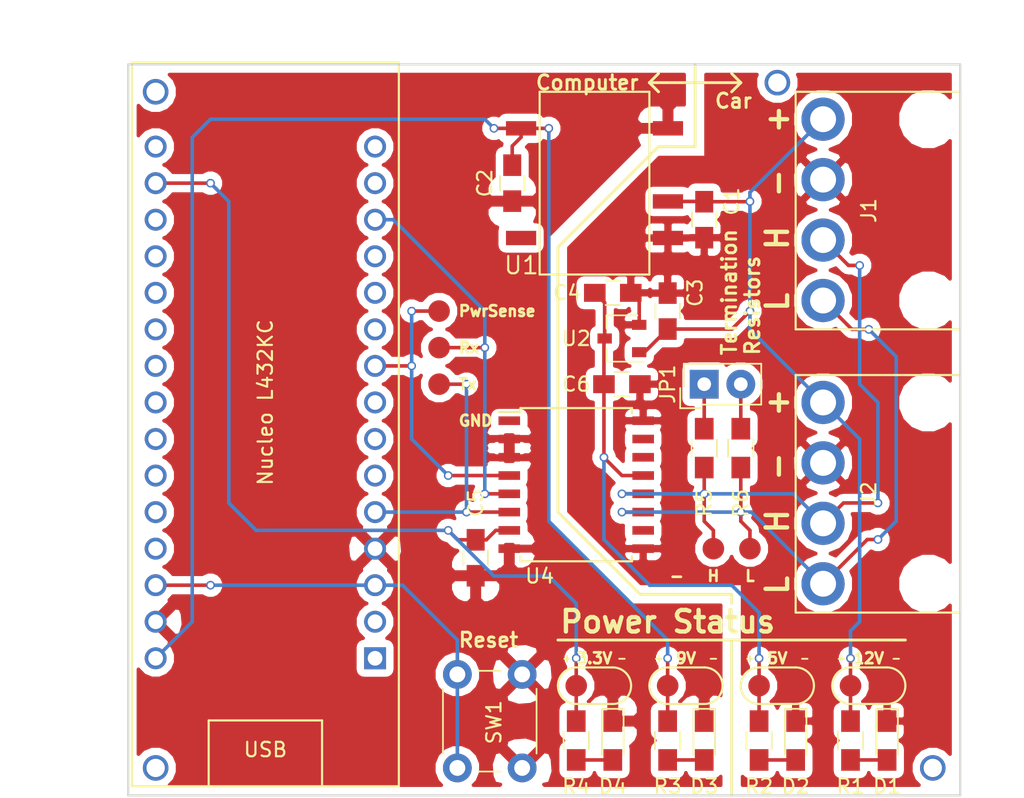
<source format=kicad_pcb>
(kicad_pcb (version 4) (host pcbnew 4.0.7)

  (general
    (links 71)
    (no_connects 0)
    (area 156.769999 51.359999 211.530001 102.310001)
    (thickness 1.6)
    (drawings 53)
    (tracks 156)
    (zones 0)
    (modules 39)
    (nets 41)
  )

  (page A4)
  (title_block
    (title "CAN Snooper")
    (date 2018-04-16)
    (rev 2)
    (company "University of Texas Solar Vehicles Team")
    (comment 1 "Rev2: Merged CAN and PWR connectors; duplicated connector for chaining.")
  )

  (layers
    (0 F.Cu signal)
    (31 B.Cu signal)
    (32 B.Adhes user)
    (33 F.Adhes user)
    (34 B.Paste user)
    (35 F.Paste user)
    (36 B.SilkS user)
    (37 F.SilkS user)
    (38 B.Mask user)
    (39 F.Mask user)
    (40 Dwgs.User user)
    (41 Cmts.User user)
    (42 Eco1.User user)
    (43 Eco2.User user)
    (44 Edge.Cuts user)
    (45 Margin user)
    (46 B.CrtYd user)
    (47 F.CrtYd user)
    (48 B.Fab user)
    (49 F.Fab user hide)
  )

  (setup
    (last_trace_width 0.25)
    (trace_clearance 0.2)
    (zone_clearance 0.508)
    (zone_45_only yes)
    (trace_min 0.2)
    (segment_width 0.2)
    (edge_width 0.15)
    (via_size 0.6)
    (via_drill 0.4)
    (via_min_size 0.4)
    (via_min_drill 0.3)
    (uvia_size 0.3)
    (uvia_drill 0.1)
    (uvias_allowed no)
    (uvia_min_size 0.2)
    (uvia_min_drill 0.1)
    (pcb_text_width 0.3)
    (pcb_text_size 1.5 1.5)
    (mod_edge_width 0.15)
    (mod_text_size 1 1)
    (mod_text_width 0.15)
    (pad_size 1.5 0.6)
    (pad_drill 0)
    (pad_to_mask_clearance 0.2)
    (aux_axis_origin 0 0)
    (visible_elements 7FFEFF7F)
    (pcbplotparams
      (layerselection 0x00030_80000001)
      (usegerberextensions false)
      (excludeedgelayer true)
      (linewidth 0.100000)
      (plotframeref false)
      (viasonmask false)
      (mode 1)
      (useauxorigin false)
      (hpglpennumber 1)
      (hpglpenspeed 20)
      (hpglpendiameter 15)
      (hpglpenoverlay 2)
      (psnegative false)
      (psa4output false)
      (plotreference true)
      (plotvalue true)
      (plotinvisibletext false)
      (padsonsilk false)
      (subtractmaskfromsilk false)
      (outputformat 1)
      (mirror false)
      (drillshape 1)
      (scaleselection 1)
      (outputdirectory ""))
  )

  (net 0 "")
  (net 1 +12V)
  (net 2 GNDPWR)
  (net 3 +9V)
  (net 4 GND)
  (net 5 +5VP)
  (net 6 +3V3)
  (net 7 "Net-(D1-Pad2)")
  (net 8 "Net-(D2-Pad2)")
  (net 9 "Net-(D3-Pad2)")
  (net 10 "Net-(D4-Pad2)")
  (net 11 "Net-(JP1-Pad1)")
  (net 12 "Net-(JP1-Pad2)")
  (net 13 /RST)
  (net 14 /CAN_PwrSense)
  (net 15 /CAN_Tx)
  (net 16 /CAN_Rx)
  (net 17 "Net-(U3-Pad1)")
  (net 18 "Net-(U3-Pad2)")
  (net 19 "Net-(U3-Pad6)")
  (net 20 "Net-(U3-Pad7)")
  (net 21 "Net-(U3-Pad8)")
  (net 22 "Net-(U3-Pad10)")
  (net 23 "Net-(U3-Pad11)")
  (net 24 "Net-(U3-Pad12)")
  (net 25 "Net-(U3-Pad14)")
  (net 26 "Net-(U3-Pad15)")
  (net 27 "Net-(U3-Pad16)")
  (net 28 "Net-(U3-Pad18)")
  (net 29 "Net-(U3-Pad19)")
  (net 30 "Net-(U3-Pad20)")
  (net 31 "Net-(U3-Pad21)")
  (net 32 "Net-(U3-Pad22)")
  (net 33 "Net-(U3-Pad23)")
  (net 34 "Net-(U3-Pad24)")
  (net 35 "Net-(U3-Pad25)")
  (net 36 "Net-(U3-Pad26)")
  (net 37 "Net-(U3-Pad27)")
  (net 38 "Net-(U4-Pad10)")
  (net 39 /CAN_H)
  (net 40 /CAN_L)

  (net_class Default "This is the default net class."
    (clearance 0.2)
    (trace_width 0.25)
    (via_dia 0.6)
    (via_drill 0.4)
    (uvia_dia 0.3)
    (uvia_drill 0.1)
    (add_net /CAN_PwrSense)
    (add_net /CAN_Rx)
    (add_net /CAN_Tx)
    (add_net /RST)
    (add_net "Net-(D1-Pad2)")
    (add_net "Net-(D2-Pad2)")
    (add_net "Net-(D3-Pad2)")
    (add_net "Net-(D4-Pad2)")
    (add_net "Net-(U3-Pad1)")
    (add_net "Net-(U3-Pad10)")
    (add_net "Net-(U3-Pad11)")
    (add_net "Net-(U3-Pad12)")
    (add_net "Net-(U3-Pad14)")
    (add_net "Net-(U3-Pad15)")
    (add_net "Net-(U3-Pad16)")
    (add_net "Net-(U3-Pad18)")
    (add_net "Net-(U3-Pad19)")
    (add_net "Net-(U3-Pad2)")
    (add_net "Net-(U3-Pad20)")
    (add_net "Net-(U3-Pad21)")
    (add_net "Net-(U3-Pad22)")
    (add_net "Net-(U3-Pad23)")
    (add_net "Net-(U3-Pad24)")
    (add_net "Net-(U3-Pad25)")
    (add_net "Net-(U3-Pad26)")
    (add_net "Net-(U3-Pad27)")
    (add_net "Net-(U3-Pad6)")
    (add_net "Net-(U3-Pad7)")
    (add_net "Net-(U3-Pad8)")
    (add_net "Net-(U4-Pad10)")
  )

  (net_class CAN_Signal ""
    (clearance 0.2)
    (trace_width 0.25)
    (via_dia 0.6)
    (via_drill 0.4)
    (uvia_dia 0.3)
    (uvia_drill 0.1)
    (add_net /CAN_H)
    (add_net /CAN_L)
    (add_net "Net-(JP1-Pad1)")
    (add_net "Net-(JP1-Pad2)")
  )

  (net_class Car_Power ""
    (clearance 0.2)
    (trace_width 0.25)
    (via_dia 0.6)
    (via_drill 0.4)
    (uvia_dia 0.3)
    (uvia_drill 0.1)
    (add_net +12V)
    (add_net +5VP)
  )

  (net_class Nucleo_Power ""
    (clearance 0.2)
    (trace_width 0.25)
    (via_dia 0.6)
    (via_drill 0.4)
    (uvia_dia 0.3)
    (uvia_drill 0.1)
    (add_net +3V3)
    (add_net +9V)
    (add_net GND)
    (add_net GNDPWR)
  )

  (module Housings_SOIC:SOIC-16W_7.5x10.3mm_Pitch1.27mm (layer F.Cu) (tedit 5AD554F8) (tstamp 5AB86680)
    (at 187.96 80.645)
    (descr "16-Lead Plastic Small Outline (SO) - Wide, 7.50 mm Body [SOIC] (see Microchip Packaging Specification 00000049BS.pdf)")
    (tags "SOIC 1.27")
    (path /5AB69609)
    (attr smd)
    (fp_text reference U4 (at -2.54 6.35) (layer F.SilkS)
      (effects (font (size 1 1) (thickness 0.15)))
    )
    (fp_text value ADM3054 (at 0 6.25) (layer F.Fab)
      (effects (font (size 1 1) (thickness 0.15)))
    )
    (fp_text user %R (at 0 0) (layer F.Fab)
      (effects (font (size 1 1) (thickness 0.15)))
    )
    (fp_line (start -2.75 -5.15) (end 3.75 -5.15) (layer F.Fab) (width 0.15))
    (fp_line (start 3.75 -5.15) (end 3.75 5.15) (layer F.Fab) (width 0.15))
    (fp_line (start 3.75 5.15) (end -3.75 5.15) (layer F.Fab) (width 0.15))
    (fp_line (start -3.75 5.15) (end -3.75 -4.15) (layer F.Fab) (width 0.15))
    (fp_line (start -3.75 -4.15) (end -2.75 -5.15) (layer F.Fab) (width 0.15))
    (fp_line (start -5.65 -5.5) (end -5.65 5.5) (layer F.CrtYd) (width 0.05))
    (fp_line (start 5.65 -5.5) (end 5.65 5.5) (layer F.CrtYd) (width 0.05))
    (fp_line (start -5.65 -5.5) (end 5.65 -5.5) (layer F.CrtYd) (width 0.05))
    (fp_line (start -5.65 5.5) (end 5.65 5.5) (layer F.CrtYd) (width 0.05))
    (fp_line (start -3.875 -5.325) (end -3.875 -5.05) (layer F.SilkS) (width 0.15))
    (fp_line (start 3.875 -5.325) (end 3.875 -4.97) (layer F.SilkS) (width 0.15))
    (fp_line (start 3.875 5.325) (end 3.875 4.97) (layer F.SilkS) (width 0.15))
    (fp_line (start -3.875 5.325) (end -3.875 4.97) (layer F.SilkS) (width 0.15))
    (fp_line (start -3.875 -5.325) (end 3.875 -5.325) (layer F.SilkS) (width 0.15))
    (fp_line (start -3.875 5.325) (end 3.875 5.325) (layer F.SilkS) (width 0.15))
    (fp_line (start -3.875 -5.05) (end -5.4 -5.05) (layer F.SilkS) (width 0.15))
    (pad 1 smd rect (at -4.65 -4.445) (size 1.5 0.6) (layers F.Cu F.Paste F.Mask))
    (pad 2 smd rect (at -4.65 -3.175) (size 1.5 0.6) (layers F.Cu F.Paste F.Mask)
      (net 4 GND) (thermal_gap 0.762))
    (pad 3 smd rect (at -4.65 -1.905) (size 1.5 0.6) (layers F.Cu F.Paste F.Mask)
      (net 4 GND) (thermal_gap 0.762))
    (pad 4 smd rect (at -4.65 -0.635) (size 1.5 0.6) (layers F.Cu F.Paste F.Mask)
      (net 14 /CAN_PwrSense))
    (pad 5 smd rect (at -4.65 0.635) (size 1.5 0.6) (layers F.Cu F.Paste F.Mask)
      (net 16 /CAN_Rx))
    (pad 6 smd rect (at -4.65 1.905) (size 1.5 0.6) (layers F.Cu F.Paste F.Mask)
      (net 15 /CAN_Tx))
    (pad 7 smd rect (at -4.65 3.175) (size 1.5 0.6) (layers F.Cu F.Paste F.Mask)
      (net 6 +3V3))
    (pad 8 smd rect (at -4.65 4.445) (size 1.5 0.6) (layers F.Cu F.Paste F.Mask)
      (net 4 GND))
    (pad 9 smd rect (at 4.65 4.445) (size 1.5 0.6) (layers F.Cu F.Paste F.Mask)
      (net 2 GNDPWR))
    (pad 10 smd rect (at 4.65 3.175) (size 1.5 0.6) (layers F.Cu F.Paste F.Mask)
      (net 38 "Net-(U4-Pad10)"))
    (pad 11 smd rect (at 4.65 1.905) (size 1.5 0.6) (layers F.Cu F.Paste F.Mask)
      (net 40 /CAN_L))
    (pad 12 smd rect (at 4.65 0.635) (size 1.5 0.6) (layers F.Cu F.Paste F.Mask)
      (net 39 /CAN_H))
    (pad 13 smd rect (at 4.65 -0.635) (size 1.5 0.6) (layers F.Cu F.Paste F.Mask)
      (net 5 +5VP))
    (pad 14 smd rect (at 4.65 -1.905) (size 1.5 0.6) (layers F.Cu F.Paste F.Mask))
    (pad 15 smd rect (at 4.65 -3.175) (size 1.5 0.6) (layers F.Cu F.Paste F.Mask))
    (pad 16 smd rect (at 4.65 -4.445) (size 1.5 0.6) (layers F.Cu F.Paste F.Mask)
      (net 2 GNDPWR))
    (model ${KISYS3DMOD}/Housings_SOIC.3dshapes/SOIC-16W_7.5x10.3mm_Pitch1.27mm.wrl
      (at (xyz 0 0 0))
      (scale (xyz 1 1 1))
      (rotate (xyz 0 0 0))
    )
  )

  (module Custom:Molex-MiniFitJr-4-peg (layer F.Cu) (tedit 5AD5472F) (tstamp 5AD54524)
    (at 205.105 74.93)
    (path /5AD53B5D)
    (fp_text reference J2 (at 3.175 6.35 90) (layer F.SilkS)
      (effects (font (size 1 1) (thickness 0.15)))
    )
    (fp_text value CAN_Out (at 3.81 6.35 90) (layer F.Fab)
      (effects (font (size 1 1) (thickness 0.15)))
    )
    (fp_line (start 9.525 -1.905) (end 9.525 14.605) (layer F.SilkS) (width 0.15))
    (fp_line (start 9.525 14.605) (end -1.905 14.605) (layer F.SilkS) (width 0.15))
    (fp_line (start -1.905 14.605) (end -1.905 -1.905) (layer F.SilkS) (width 0.15))
    (fp_line (start -1.905 -1.905) (end 9.525 -1.905) (layer F.SilkS) (width 0.15))
    (fp_line (start 13.9 15.3) (end 1.1 15.3) (layer F.CrtYd) (width 0.15))
    (fp_line (start 1.1 15.3) (end 1.1 -2.7) (layer F.CrtYd) (width 0.15))
    (fp_line (start 1.1 -2.7) (end 13.9 -2.7) (layer F.CrtYd) (width 0.15))
    (fp_line (start 13.9 -2.7) (end 13.9 15.3) (layer F.CrtYd) (width 0.15))
    (pad "" np_thru_hole circle (at 7.3 12.6) (size 3 3) (drill 3) (layers *.Cu))
    (pad 1 thru_hole circle (at 0 0) (size 3 3) (drill 1.8) (layers *.Cu *.Mask)
      (net 1 +12V))
    (pad 2 thru_hole circle (at 0 4.2) (size 3 3) (drill 1.8) (layers *.Cu *.Mask)
      (net 2 GNDPWR))
    (pad 3 thru_hole circle (at 0 8.4) (size 3 3) (drill 1.8) (layers *.Cu *.Mask)
      (net 39 /CAN_H))
    (pad 4 thru_hole circle (at 0 12.6) (size 3 3) (drill 1.8) (layers *.Cu *.Mask)
      (net 40 /CAN_L))
    (pad "" np_thru_hole circle (at 7.3 0) (size 3 3) (drill 3) (layers *.Cu))
  )

  (module Custom:MountingHole (layer F.Cu) (tedit 5ABBA6DA) (tstamp 5AD54743)
    (at 212.725 100.33)
    (fp_text reference REF** (at 0 2.54) (layer F.SilkS) hide
      (effects (font (size 1 1) (thickness 0.15)))
    )
    (fp_text value MountingHole (at 0 -2.54) (layer F.Fab)
      (effects (font (size 1 1) (thickness 0.15)))
    )
    (pad "" thru_hole circle (at 0 0) (size 1.778 1.778) (drill 1.27) (layers *.Cu *.Mask))
  )

  (module Connectors_Samtec:SL-102-X-XX_1x02 (layer F.Cu) (tedit 5AD545EC) (tstamp 5AB864ED)
    (at 196.85 73.66 90)
    (descr "Low profile, screw machine socket strip, through hole, 100mil / 2.54mm pitch")
    (tags "samtec socket strip tht single")
    (path /5AB7739E)
    (fp_text reference JP1 (at 0 -2.54 270) (layer F.SilkS)
      (effects (font (size 1 1) (thickness 0.15)))
    )
    (fp_text value "CAN Resistors" (at 2.27 1.27 180) (layer F.Fab)
      (effects (font (size 1 1) (thickness 0.15)))
    )
    (fp_line (start -0.17 -1.42) (end 1.42 -1.42) (layer F.SilkS) (width 0.12))
    (fp_line (start 1.42 -1.42) (end 1.42 3.96) (layer F.SilkS) (width 0.12))
    (fp_line (start 1.42 3.96) (end -1.42 3.96) (layer F.SilkS) (width 0.12))
    (fp_line (start -1.42 3.96) (end -1.42 -0.17) (layer F.SilkS) (width 0.12))
    (fp_line (start -0.27 -1.67) (end -1.67 -1.67) (layer F.SilkS) (width 0.12))
    (fp_line (start -1.67 -1.67) (end -1.67 -0.27) (layer F.SilkS) (width 0.12))
    (fp_line (start -0.27 -1.67) (end -1.67 -1.67) (layer F.Fab) (width 0.1))
    (fp_line (start -1.67 -1.67) (end -1.67 -0.27) (layer F.Fab) (width 0.1))
    (fp_line (start -1.27 -1.27) (end -1.27 3.81) (layer F.Fab) (width 0.1))
    (fp_line (start -1.27 3.81) (end 1.27 3.81) (layer F.Fab) (width 0.1))
    (fp_line (start 1.27 3.81) (end 1.27 -1.27) (layer F.Fab) (width 0.1))
    (fp_line (start 1.27 -1.27) (end -1.27 -1.27) (layer F.Fab) (width 0.1))
    (fp_line (start -1.77 -1.77) (end -1.77 4.31) (layer F.CrtYd) (width 0.05))
    (fp_line (start -1.77 4.31) (end 1.77 4.31) (layer F.CrtYd) (width 0.05))
    (fp_line (start 1.77 4.31) (end 1.77 -1.77) (layer F.CrtYd) (width 0.05))
    (fp_line (start 1.77 -1.77) (end -1.77 -1.77) (layer F.CrtYd) (width 0.05))
    (fp_line (start -1.27 1.27) (end -1.07 1.27) (layer F.Fab) (width 0.1))
    (fp_line (start 1.27 1.27) (end 1.07 1.27) (layer F.Fab) (width 0.1))
    (fp_line (start -1.27 3.81) (end -1.07 3.81) (layer F.Fab) (width 0.1))
    (fp_line (start 1.27 3.81) (end 1.07 3.81) (layer F.Fab) (width 0.1))
    (fp_text user %R (at 0 1.27 180) (layer F.Fab)
      (effects (font (size 1 1) (thickness 0.15)))
    )
    (pad 1 thru_hole rect (at 0 0 90) (size 2 2) (drill 0.95) (layers *.Cu *.Mask)
      (net 11 "Net-(JP1-Pad1)"))
    (pad 2 thru_hole circle (at 0 2.54 90) (size 2 2) (drill 0.95) (layers *.Cu *.Mask)
      (net 12 "Net-(JP1-Pad2)"))
    (model ${KISYS3DMOD}/Connectors_Samtec.3dshapes/SL-102-X-XX_1x02.wrl
      (at (xyz 0 0 0))
      (scale (xyz 1 1 1))
      (rotate (xyz 0 0 0))
    )
  )

  (module Buttons_Switches_THT:SW_PUSH_6mm (layer F.Cu) (tedit 5ABAFD67) (tstamp 5AB86584)
    (at 179.705 100.33 90)
    (descr https://www.omron.com/ecb/products/pdf/en-b3f.pdf)
    (tags "tact sw push 6mm")
    (path /5ABA3959)
    (fp_text reference SW1 (at 3.175 2.54 90) (layer F.SilkS)
      (effects (font (size 1 1) (thickness 0.15)))
    )
    (fp_text value Reset (at 3.75 6.7 90) (layer F.Fab)
      (effects (font (size 1 1) (thickness 0.15)))
    )
    (fp_text user %R (at 3.25 2.25 90) (layer F.Fab)
      (effects (font (size 1 1) (thickness 0.15)))
    )
    (fp_line (start 3.25 -0.75) (end 6.25 -0.75) (layer F.Fab) (width 0.1))
    (fp_line (start 6.25 -0.75) (end 6.25 5.25) (layer F.Fab) (width 0.1))
    (fp_line (start 6.25 5.25) (end 0.25 5.25) (layer F.Fab) (width 0.1))
    (fp_line (start 0.25 5.25) (end 0.25 -0.75) (layer F.Fab) (width 0.1))
    (fp_line (start 0.25 -0.75) (end 3.25 -0.75) (layer F.Fab) (width 0.1))
    (fp_line (start 7.75 6) (end 8 6) (layer F.CrtYd) (width 0.05))
    (fp_line (start 8 6) (end 8 5.75) (layer F.CrtYd) (width 0.05))
    (fp_line (start 7.75 -1.5) (end 8 -1.5) (layer F.CrtYd) (width 0.05))
    (fp_line (start 8 -1.5) (end 8 -1.25) (layer F.CrtYd) (width 0.05))
    (fp_line (start -1.5 -1.25) (end -1.5 -1.5) (layer F.CrtYd) (width 0.05))
    (fp_line (start -1.5 -1.5) (end -1.25 -1.5) (layer F.CrtYd) (width 0.05))
    (fp_line (start -1.5 5.75) (end -1.5 6) (layer F.CrtYd) (width 0.05))
    (fp_line (start -1.5 6) (end -1.25 6) (layer F.CrtYd) (width 0.05))
    (fp_line (start -1.25 -1.5) (end 7.75 -1.5) (layer F.CrtYd) (width 0.05))
    (fp_line (start -1.5 5.75) (end -1.5 -1.25) (layer F.CrtYd) (width 0.05))
    (fp_line (start 7.75 6) (end -1.25 6) (layer F.CrtYd) (width 0.05))
    (fp_line (start 8 -1.25) (end 8 5.75) (layer F.CrtYd) (width 0.05))
    (fp_line (start 1 5.5) (end 5.5 5.5) (layer F.SilkS) (width 0.12))
    (fp_line (start -0.25 1.5) (end -0.25 3) (layer F.SilkS) (width 0.12))
    (fp_line (start 5.5 -1) (end 1 -1) (layer F.SilkS) (width 0.12))
    (fp_line (start 6.75 3) (end 6.75 1.5) (layer F.SilkS) (width 0.12))
    (fp_circle (center 3.25 2.25) (end 1.25 2.5) (layer F.Fab) (width 0.1))
    (pad 2 thru_hole circle (at 0 4.5 180) (size 2 2) (drill 1.1) (layers *.Cu *.Mask)
      (net 4 GND))
    (pad 1 thru_hole circle (at 0 0 180) (size 2 2) (drill 1.1) (layers *.Cu *.Mask)
      (net 13 /RST))
    (pad 2 thru_hole circle (at 6.5 4.5 180) (size 2 2) (drill 1.1) (layers *.Cu *.Mask)
      (net 4 GND))
    (pad 1 thru_hole circle (at 6.5 0 180) (size 2 2) (drill 1.1) (layers *.Cu *.Mask)
      (net 13 /RST))
    (model ${KISYS3DMOD}/Buttons_Switches_THT.3dshapes/SW_PUSH_6mm.wrl
      (at (xyz 0.005 0 0))
      (scale (xyz 0.3937 0.3937 0.3937))
      (rotate (xyz 0 0 0))
    )
  )

  (module Custom:PDS1-M (layer F.Cu) (tedit 5ABB00DB) (tstamp 5AB86617)
    (at 189.23 59.69 90)
    (path /5AB6A663)
    (fp_text reference U1 (at -5.715 -5.08 180) (layer F.SilkS)
      (effects (font (size 1.2 1.2) (thickness 0.15)))
    )
    (fp_text value PDS1-S12-S9-M (at 0 0 90) (layer F.Fab)
      (effects (font (size 1.2 1.2) (thickness 0.15)))
    )
    (fp_line (start -6.35 -3.81) (end 6.35 -3.81) (layer F.CrtYd) (width 0.15))
    (fp_line (start 6.35 -3.81) (end 6.35 3.81) (layer F.CrtYd) (width 0.15))
    (fp_line (start 6.35 3.81) (end -6.35 3.81) (layer F.CrtYd) (width 0.15))
    (fp_line (start -6.35 3.81) (end -6.35 -3.81) (layer F.CrtYd) (width 0.15))
    (fp_line (start -6.35 -3.81) (end 6.35 -3.81) (layer F.SilkS) (width 0.15))
    (fp_line (start 6.35 -3.81) (end 6.35 3.81) (layer F.SilkS) (width 0.15))
    (fp_line (start 6.35 3.81) (end -6.35 3.81) (layer F.SilkS) (width 0.15))
    (fp_line (start -6.35 3.81) (end -6.35 -3.81) (layer F.SilkS) (width 0.15))
    (pad 8 smd rect (at -3.81 -5.1 90) (size 1 2.1) (layers F.Cu F.Paste F.Mask))
    (pad 1 smd rect (at -3.81 5.1 90) (size 1 2.1) (layers F.Cu F.Paste F.Mask)
      (net 2 GNDPWR))
    (pad 2 smd rect (at -1.27 5.1 90) (size 1 2.1) (layers F.Cu F.Paste F.Mask)
      (net 1 +12V))
    (pad 5 smd rect (at 3.81 -5.1 90) (size 1 2.1) (layers F.Cu F.Paste F.Mask)
      (net 3 +9V))
    (pad 4 smd rect (at 3.81 5.1 90) (size 1 2.1) (layers F.Cu F.Paste F.Mask)
      (net 4 GND))
  )

  (module TO_SOT_Packages_SMD:SOT-23W (layer F.Cu) (tedit 5AB96C1B) (tstamp 5AB8662C)
    (at 191.135 70.485 180)
    (descr "SOT-23W http://www.allegromicro.com/~/media/Files/Datasheets/A112x-Datasheet.ashx?la=en&hash=7BC461E058CC246E0BAB62433B2F1ECA104CA9D3")
    (tags SOT-23W)
    (path /5AB693DC)
    (attr smd)
    (fp_text reference U2 (at 3.175 0 180) (layer F.SilkS)
      (effects (font (size 1 1) (thickness 0.15)))
    )
    (fp_text value MCP1702T-5002E/CB (at 0 2.5 180) (layer F.Fab)
      (effects (font (size 1 1) (thickness 0.15)))
    )
    (fp_line (start 1.075 -1.61) (end 1.075 -0.7) (layer F.SilkS) (width 0.12))
    (fp_line (start 1.075 0.7) (end 1.075 1.61) (layer F.SilkS) (width 0.12))
    (fp_line (start -1.5 -1.61) (end 1.075 -1.61) (layer F.SilkS) (width 0.12))
    (fp_line (start -1.075 1.61) (end 1.075 1.61) (layer F.SilkS) (width 0.12))
    (fp_text user %R (at 0 0 270) (layer F.Fab)
      (effects (font (size 0.5 0.5) (thickness 0.075)))
    )
    (fp_line (start -0.955 -0.49) (end -0.955 1.49) (layer F.Fab) (width 0.1))
    (fp_line (start 0.045 -1.49) (end 0.955 -1.49) (layer F.Fab) (width 0.1))
    (fp_line (start -0.955 -0.49) (end 0.045 -1.49) (layer F.Fab) (width 0.1))
    (fp_line (start 0.955 -1.49) (end 0.955 1.49) (layer F.Fab) (width 0.1))
    (fp_line (start -0.955 1.49) (end 0.955 1.49) (layer F.Fab) (width 0.1))
    (fp_line (start -1.95 -1.74) (end 1.95 -1.74) (layer F.CrtYd) (width 0.05))
    (fp_line (start 1.95 -1.74) (end 1.95 1.74) (layer F.CrtYd) (width 0.05))
    (fp_line (start 1.95 1.74) (end -1.95 1.74) (layer F.CrtYd) (width 0.05))
    (fp_line (start -1.95 1.74) (end -1.95 -1.74) (layer F.CrtYd) (width 0.05))
    (pad 1 smd rect (at -1.2 -0.95 180) (size 1 0.7) (layers F.Cu F.Paste F.Mask)
      (net 1 +12V))
    (pad 2 smd rect (at -1.2 0.95 180) (size 1 0.7) (layers F.Cu F.Paste F.Mask)
      (net 2 GNDPWR))
    (pad 3 smd rect (at 1.2 0 180) (size 1 0.7) (layers F.Cu F.Paste F.Mask)
      (net 5 +5VP))
    (model ${KISYS3DMOD}/TO_SOT_Packages_SMD.3dshapes/SOT-23W.wrl
      (at (xyz 0 0 0))
      (scale (xyz 1 1 1))
      (rotate (xyz 0 0 0))
    )
  )

  (module Nucleo:NucleoL432KC (layer F.Cu) (tedit 5ABB00E5) (tstamp 5AB8665B)
    (at 166.37 74.93 90)
    (path /5AB69664)
    (fp_text reference U3 (at 24.765 0 180) (layer F.SilkS) hide
      (effects (font (size 1 1) (thickness 0.15)))
    )
    (fp_text value Nucleo_L432KC (at 22.86 0 180) (layer F.Fab)
      (effects (font (size 1 1) (thickness 0.15)))
    )
    (fp_text user USB (at -24.13 0 180) (layer F.SilkS)
      (effects (font (size 1 1) (thickness 0.15)))
    )
    (fp_text user "Nucleo L432KC" (at 0 0 90) (layer F.SilkS)
      (effects (font (size 1 1) (thickness 0.15)))
    )
    (fp_line (start -26.67 -3.937) (end -22.098 -3.937) (layer F.SilkS) (width 0.15))
    (fp_line (start -22.098 -3.937) (end -22.098 3.937) (layer F.SilkS) (width 0.15))
    (fp_line (start -22.098 3.937) (end -26.67 3.937) (layer F.SilkS) (width 0.15))
    (fp_line (start -26.67 -9.271) (end -26.67 9.271) (layer F.CrtYd) (width 0.15))
    (fp_line (start -26.67 9.271) (end 23.622 9.271) (layer F.CrtYd) (width 0.15))
    (fp_line (start 23.622 9.271) (end 23.622 -9.271) (layer F.CrtYd) (width 0.15))
    (fp_line (start 23.622 -9.271) (end -26.67 -9.271) (layer F.CrtYd) (width 0.15))
    (fp_line (start 23.622 -9.271) (end -26.67 -9.271) (layer F.SilkS) (width 0.15))
    (fp_line (start -26.67 -9.271) (end -26.67 9.271) (layer F.SilkS) (width 0.15))
    (fp_line (start -26.67 9.271) (end 23.622 9.271) (layer F.SilkS) (width 0.15))
    (fp_line (start 23.622 9.271) (end 23.622 -9.271) (layer F.SilkS) (width 0.15))
    (pad 1 thru_hole rect (at -17.78 7.62 90) (size 1.524 1.524) (drill 1.02108) (layers *.Cu *.Mask)
      (net 17 "Net-(U3-Pad1)"))
    (pad 2 thru_hole circle (at -15.24 7.62 90) (size 1.524 1.524) (drill 1.02108) (layers *.Cu *.Mask)
      (net 18 "Net-(U3-Pad2)"))
    (pad 3 thru_hole circle (at -12.7 7.62 90) (size 1.524 1.524) (drill 1.02108) (layers *.Cu *.Mask)
      (net 13 /RST))
    (pad 4 thru_hole circle (at -10.16 7.62 90) (size 1.524 1.524) (drill 1.02108) (layers *.Cu *.Mask)
      (net 4 GND))
    (pad 5 thru_hole circle (at -7.62 7.62 90) (size 1.524 1.524) (drill 1.02108) (layers *.Cu *.Mask)
      (net 15 /CAN_Tx))
    (pad 6 thru_hole circle (at -5.08 7.62 90) (size 1.524 1.524) (drill 1.02108) (layers *.Cu *.Mask)
      (net 19 "Net-(U3-Pad6)"))
    (pad 7 thru_hole circle (at -2.54 7.62 90) (size 1.524 1.524) (drill 1.02108) (layers *.Cu *.Mask)
      (net 20 "Net-(U3-Pad7)"))
    (pad 8 thru_hole circle (at 0 7.62 90) (size 1.524 1.524) (drill 1.02108) (layers *.Cu *.Mask)
      (net 21 "Net-(U3-Pad8)"))
    (pad 9 thru_hole circle (at 2.54 7.62 90) (size 1.524 1.524) (drill 1.02108) (layers *.Cu *.Mask)
      (net 14 /CAN_PwrSense))
    (pad 10 thru_hole circle (at 5.08 7.62 90) (size 1.524 1.524) (drill 1.02108) (layers *.Cu *.Mask)
      (net 22 "Net-(U3-Pad10)"))
    (pad 11 thru_hole circle (at 7.62 7.62 90) (size 1.524 1.524) (drill 1.02108) (layers *.Cu *.Mask)
      (net 23 "Net-(U3-Pad11)"))
    (pad 12 thru_hole circle (at 10.16 7.62 90) (size 1.524 1.524) (drill 1.02108) (layers *.Cu *.Mask)
      (net 24 "Net-(U3-Pad12)"))
    (pad 13 thru_hole circle (at 12.7 7.62 90) (size 1.524 1.524) (drill 1.02108) (layers *.Cu *.Mask)
      (net 16 /CAN_Rx))
    (pad 14 thru_hole circle (at 15.24 7.62 90) (size 1.524 1.524) (drill 1.02108) (layers *.Cu *.Mask)
      (net 25 "Net-(U3-Pad14)"))
    (pad 15 thru_hole circle (at 17.78 7.62 90) (size 1.524 1.524) (drill 1.02108) (layers *.Cu *.Mask)
      (net 26 "Net-(U3-Pad15)"))
    (pad 16 thru_hole circle (at 17.78 -7.62 90) (size 1.524 1.524) (drill 1.02108) (layers *.Cu *.Mask)
      (net 27 "Net-(U3-Pad16)"))
    (pad 17 thru_hole circle (at 15.24 -7.62 90) (size 1.524 1.524) (drill 1.02108) (layers *.Cu *.Mask)
      (net 6 +3V3))
    (pad 18 thru_hole circle (at 12.7 -7.62 90) (size 1.524 1.524) (drill 1.02108) (layers *.Cu *.Mask)
      (net 28 "Net-(U3-Pad18)"))
    (pad 19 thru_hole circle (at 10.16 -7.62 90) (size 1.524 1.524) (drill 1.02108) (layers *.Cu *.Mask)
      (net 29 "Net-(U3-Pad19)"))
    (pad 20 thru_hole circle (at 7.62 -7.62 90) (size 1.524 1.524) (drill 1.02108) (layers *.Cu *.Mask)
      (net 30 "Net-(U3-Pad20)"))
    (pad 21 thru_hole circle (at 5.08 -7.62 90) (size 1.524 1.524) (drill 1.02108) (layers *.Cu *.Mask)
      (net 31 "Net-(U3-Pad21)"))
    (pad 22 thru_hole circle (at 2.54 -7.62 90) (size 1.524 1.524) (drill 1.02108) (layers *.Cu *.Mask)
      (net 32 "Net-(U3-Pad22)"))
    (pad 23 thru_hole circle (at 0 -7.62 90) (size 1.524 1.524) (drill 1.02108) (layers *.Cu *.Mask)
      (net 33 "Net-(U3-Pad23)"))
    (pad 24 thru_hole circle (at -2.54 -7.62 90) (size 1.524 1.524) (drill 1.02108) (layers *.Cu *.Mask)
      (net 34 "Net-(U3-Pad24)"))
    (pad 25 thru_hole circle (at -5.08 -7.62 90) (size 1.524 1.524) (drill 1.02108) (layers *.Cu *.Mask)
      (net 35 "Net-(U3-Pad25)"))
    (pad 26 thru_hole circle (at -7.62 -7.62 90) (size 1.524 1.524) (drill 1.02108) (layers *.Cu *.Mask)
      (net 36 "Net-(U3-Pad26)"))
    (pad 27 thru_hole circle (at -10.16 -7.62 90) (size 1.524 1.524) (drill 1.02108) (layers *.Cu *.Mask)
      (net 37 "Net-(U3-Pad27)"))
    (pad 28 thru_hole circle (at -12.7 -7.62 90) (size 1.524 1.524) (drill 1.02108) (layers *.Cu *.Mask)
      (net 13 /RST))
    (pad 29 thru_hole circle (at -15.24 -7.62 90) (size 1.524 1.524) (drill 1.02108) (layers *.Cu *.Mask)
      (net 4 GND))
    (pad 30 thru_hole circle (at -17.78 -7.62 90) (size 1.524 1.524) (drill 1.02108) (layers *.Cu *.Mask)
      (net 3 +9V))
  )

  (module Capacitors_SMD:C_0805_HandSoldering (layer F.Cu) (tedit 5AD54604) (tstamp 5AB9597A)
    (at 196.85 62.23 270)
    (descr "Capacitor SMD 0805, hand soldering")
    (tags "capacitor 0805")
    (path /5AB6E09F)
    (attr smd)
    (fp_text reference C1 (at -1.27 -1.905 270) (layer F.SilkS)
      (effects (font (size 1 1) (thickness 0.15)))
    )
    (fp_text value 2.2u (at 0 1.75 270) (layer F.Fab)
      (effects (font (size 1 1) (thickness 0.15)))
    )
    (fp_text user %R (at 0 -1.75 270) (layer F.Fab)
      (effects (font (size 1 1) (thickness 0.15)))
    )
    (fp_line (start -1 0.62) (end -1 -0.62) (layer F.Fab) (width 0.1))
    (fp_line (start 1 0.62) (end -1 0.62) (layer F.Fab) (width 0.1))
    (fp_line (start 1 -0.62) (end 1 0.62) (layer F.Fab) (width 0.1))
    (fp_line (start -1 -0.62) (end 1 -0.62) (layer F.Fab) (width 0.1))
    (fp_line (start 0.5 -0.85) (end -0.5 -0.85) (layer F.SilkS) (width 0.12))
    (fp_line (start -0.5 0.85) (end 0.5 0.85) (layer F.SilkS) (width 0.12))
    (fp_line (start -2.25 -0.88) (end 2.25 -0.88) (layer F.CrtYd) (width 0.05))
    (fp_line (start -2.25 -0.88) (end -2.25 0.87) (layer F.CrtYd) (width 0.05))
    (fp_line (start 2.25 0.87) (end 2.25 -0.88) (layer F.CrtYd) (width 0.05))
    (fp_line (start 2.25 0.87) (end -2.25 0.87) (layer F.CrtYd) (width 0.05))
    (pad 1 smd rect (at -1.25 0 270) (size 1.5 1.25) (layers F.Cu F.Paste F.Mask)
      (net 1 +12V))
    (pad 2 smd rect (at 1.25 0 270) (size 1.5 1.25) (layers F.Cu F.Paste F.Mask)
      (net 2 GNDPWR))
    (model Capacitors_SMD.3dshapes/C_0805.wrl
      (at (xyz 0 0 0))
      (scale (xyz 1 1 1))
      (rotate (xyz 0 0 0))
    )
  )

  (module Capacitors_SMD:C_0805_HandSoldering (layer F.Cu) (tedit 5AB960B1) (tstamp 5AB9597F)
    (at 183.515 59.69 270)
    (descr "Capacitor SMD 0805, hand soldering")
    (tags "capacitor 0805")
    (path /5AB6E318)
    (attr smd)
    (fp_text reference C2 (at 0 1.905 270) (layer F.SilkS)
      (effects (font (size 1 1) (thickness 0.15)))
    )
    (fp_text value 4.7u (at 0 1.75 270) (layer F.Fab)
      (effects (font (size 1 1) (thickness 0.15)))
    )
    (fp_text user %R (at 0 -1.75 270) (layer F.Fab)
      (effects (font (size 1 1) (thickness 0.15)))
    )
    (fp_line (start -1 0.62) (end -1 -0.62) (layer F.Fab) (width 0.1))
    (fp_line (start 1 0.62) (end -1 0.62) (layer F.Fab) (width 0.1))
    (fp_line (start 1 -0.62) (end 1 0.62) (layer F.Fab) (width 0.1))
    (fp_line (start -1 -0.62) (end 1 -0.62) (layer F.Fab) (width 0.1))
    (fp_line (start 0.5 -0.85) (end -0.5 -0.85) (layer F.SilkS) (width 0.12))
    (fp_line (start -0.5 0.85) (end 0.5 0.85) (layer F.SilkS) (width 0.12))
    (fp_line (start -2.25 -0.88) (end 2.25 -0.88) (layer F.CrtYd) (width 0.05))
    (fp_line (start -2.25 -0.88) (end -2.25 0.87) (layer F.CrtYd) (width 0.05))
    (fp_line (start 2.25 0.87) (end 2.25 -0.88) (layer F.CrtYd) (width 0.05))
    (fp_line (start 2.25 0.87) (end -2.25 0.87) (layer F.CrtYd) (width 0.05))
    (pad 1 smd rect (at -1.25 0 270) (size 1.5 1.25) (layers F.Cu F.Paste F.Mask)
      (net 3 +9V))
    (pad 2 smd rect (at 1.25 0 270) (size 1.5 1.25) (layers F.Cu F.Paste F.Mask)
      (net 4 GND))
    (model Capacitors_SMD.3dshapes/C_0805.wrl
      (at (xyz 0 0 0))
      (scale (xyz 1 1 1))
      (rotate (xyz 0 0 0))
    )
  )

  (module Capacitors_SMD:C_0805_HandSoldering (layer F.Cu) (tedit 5ABB0CC9) (tstamp 5AB95984)
    (at 194.31 68.58 90)
    (descr "Capacitor SMD 0805, hand soldering")
    (tags "capacitor 0805")
    (path /5AB6D2CE)
    (attr smd)
    (fp_text reference C3 (at 1.27 1.905 90) (layer F.SilkS)
      (effects (font (size 1 1) (thickness 0.15)))
    )
    (fp_text value 0.1u (at 0 1.75 90) (layer F.Fab)
      (effects (font (size 1 1) (thickness 0.15)))
    )
    (fp_text user %R (at 0 -1.75 90) (layer F.Fab)
      (effects (font (size 1 1) (thickness 0.15)))
    )
    (fp_line (start -1 0.62) (end -1 -0.62) (layer F.Fab) (width 0.1))
    (fp_line (start 1 0.62) (end -1 0.62) (layer F.Fab) (width 0.1))
    (fp_line (start 1 -0.62) (end 1 0.62) (layer F.Fab) (width 0.1))
    (fp_line (start -1 -0.62) (end 1 -0.62) (layer F.Fab) (width 0.1))
    (fp_line (start 0.5 -0.85) (end -0.5 -0.85) (layer F.SilkS) (width 0.12))
    (fp_line (start -0.5 0.85) (end 0.5 0.85) (layer F.SilkS) (width 0.12))
    (fp_line (start -2.25 -0.88) (end 2.25 -0.88) (layer F.CrtYd) (width 0.05))
    (fp_line (start -2.25 -0.88) (end -2.25 0.87) (layer F.CrtYd) (width 0.05))
    (fp_line (start 2.25 0.87) (end 2.25 -0.88) (layer F.CrtYd) (width 0.05))
    (fp_line (start 2.25 0.87) (end -2.25 0.87) (layer F.CrtYd) (width 0.05))
    (pad 1 smd rect (at -1.25 0 90) (size 1.5 1.25) (layers F.Cu F.Paste F.Mask)
      (net 1 +12V))
    (pad 2 smd rect (at 1.25 0 90) (size 1.5 1.25) (layers F.Cu F.Paste F.Mask)
      (net 2 GNDPWR))
    (model Capacitors_SMD.3dshapes/C_0805.wrl
      (at (xyz 0 0 0))
      (scale (xyz 1 1 1))
      (rotate (xyz 0 0 0))
    )
  )

  (module Capacitors_SMD:C_0805_HandSoldering (layer F.Cu) (tedit 5AB96BFF) (tstamp 5AB95989)
    (at 190.5 67.31)
    (descr "Capacitor SMD 0805, hand soldering")
    (tags "capacitor 0805")
    (path /5AB6D391)
    (attr smd)
    (fp_text reference C4 (at -3.175 0) (layer F.SilkS)
      (effects (font (size 1 1) (thickness 0.15)))
    )
    (fp_text value 0.1u (at 0 1.75) (layer F.Fab)
      (effects (font (size 1 1) (thickness 0.15)))
    )
    (fp_text user %R (at 0 -1.75) (layer F.Fab)
      (effects (font (size 1 1) (thickness 0.15)))
    )
    (fp_line (start -1 0.62) (end -1 -0.62) (layer F.Fab) (width 0.1))
    (fp_line (start 1 0.62) (end -1 0.62) (layer F.Fab) (width 0.1))
    (fp_line (start 1 -0.62) (end 1 0.62) (layer F.Fab) (width 0.1))
    (fp_line (start -1 -0.62) (end 1 -0.62) (layer F.Fab) (width 0.1))
    (fp_line (start 0.5 -0.85) (end -0.5 -0.85) (layer F.SilkS) (width 0.12))
    (fp_line (start -0.5 0.85) (end 0.5 0.85) (layer F.SilkS) (width 0.12))
    (fp_line (start -2.25 -0.88) (end 2.25 -0.88) (layer F.CrtYd) (width 0.05))
    (fp_line (start -2.25 -0.88) (end -2.25 0.87) (layer F.CrtYd) (width 0.05))
    (fp_line (start 2.25 0.87) (end 2.25 -0.88) (layer F.CrtYd) (width 0.05))
    (fp_line (start 2.25 0.87) (end -2.25 0.87) (layer F.CrtYd) (width 0.05))
    (pad 1 smd rect (at -1.25 0) (size 1.5 1.25) (layers F.Cu F.Paste F.Mask)
      (net 5 +5VP))
    (pad 2 smd rect (at 1.25 0) (size 1.5 1.25) (layers F.Cu F.Paste F.Mask)
      (net 2 GNDPWR))
    (model Capacitors_SMD.3dshapes/C_0805.wrl
      (at (xyz 0 0 0))
      (scale (xyz 1 1 1))
      (rotate (xyz 0 0 0))
    )
  )

  (module Capacitors_SMD:C_0805_HandSoldering (layer F.Cu) (tedit 5AB96407) (tstamp 5AB9598E)
    (at 180.975 85.725 270)
    (descr "Capacitor SMD 0805, hand soldering")
    (tags "capacitor 0805")
    (path /5AB7C206)
    (attr smd)
    (fp_text reference C5 (at -3.81 0 270) (layer F.SilkS)
      (effects (font (size 1 1) (thickness 0.15)))
    )
    (fp_text value 0.1u (at 0 1.75 270) (layer F.Fab)
      (effects (font (size 1 1) (thickness 0.15)))
    )
    (fp_text user %R (at 0 -1.75 270) (layer F.Fab)
      (effects (font (size 1 1) (thickness 0.15)))
    )
    (fp_line (start -1 0.62) (end -1 -0.62) (layer F.Fab) (width 0.1))
    (fp_line (start 1 0.62) (end -1 0.62) (layer F.Fab) (width 0.1))
    (fp_line (start 1 -0.62) (end 1 0.62) (layer F.Fab) (width 0.1))
    (fp_line (start -1 -0.62) (end 1 -0.62) (layer F.Fab) (width 0.1))
    (fp_line (start 0.5 -0.85) (end -0.5 -0.85) (layer F.SilkS) (width 0.12))
    (fp_line (start -0.5 0.85) (end 0.5 0.85) (layer F.SilkS) (width 0.12))
    (fp_line (start -2.25 -0.88) (end 2.25 -0.88) (layer F.CrtYd) (width 0.05))
    (fp_line (start -2.25 -0.88) (end -2.25 0.87) (layer F.CrtYd) (width 0.05))
    (fp_line (start 2.25 0.87) (end 2.25 -0.88) (layer F.CrtYd) (width 0.05))
    (fp_line (start 2.25 0.87) (end -2.25 0.87) (layer F.CrtYd) (width 0.05))
    (pad 1 smd rect (at -1.25 0 270) (size 1.5 1.25) (layers F.Cu F.Paste F.Mask)
      (net 6 +3V3))
    (pad 2 smd rect (at 1.25 0 270) (size 1.5 1.25) (layers F.Cu F.Paste F.Mask)
      (net 4 GND))
    (model Capacitors_SMD.3dshapes/C_0805.wrl
      (at (xyz 0 0 0))
      (scale (xyz 1 1 1))
      (rotate (xyz 0 0 0))
    )
  )

  (module Capacitors_SMD:C_0805_HandSoldering (layer F.Cu) (tedit 5ABAFE23) (tstamp 5AB95993)
    (at 191.135 73.66)
    (descr "Capacitor SMD 0805, hand soldering")
    (tags "capacitor 0805")
    (path /5AB7BF02)
    (attr smd)
    (fp_text reference C6 (at -3.175 0) (layer F.SilkS)
      (effects (font (size 1 1) (thickness 0.15)))
    )
    (fp_text value 0.1u (at 0 1.75) (layer F.Fab)
      (effects (font (size 1 1) (thickness 0.15)))
    )
    (fp_text user %R (at 0 -1.75) (layer F.Fab)
      (effects (font (size 1 1) (thickness 0.15)))
    )
    (fp_line (start -1 0.62) (end -1 -0.62) (layer F.Fab) (width 0.1))
    (fp_line (start 1 0.62) (end -1 0.62) (layer F.Fab) (width 0.1))
    (fp_line (start 1 -0.62) (end 1 0.62) (layer F.Fab) (width 0.1))
    (fp_line (start -1 -0.62) (end 1 -0.62) (layer F.Fab) (width 0.1))
    (fp_line (start 0.5 -0.85) (end -0.5 -0.85) (layer F.SilkS) (width 0.12))
    (fp_line (start -0.5 0.85) (end 0.5 0.85) (layer F.SilkS) (width 0.12))
    (fp_line (start -2.25 -0.88) (end 2.25 -0.88) (layer F.CrtYd) (width 0.05))
    (fp_line (start -2.25 -0.88) (end -2.25 0.87) (layer F.CrtYd) (width 0.05))
    (fp_line (start 2.25 0.87) (end 2.25 -0.88) (layer F.CrtYd) (width 0.05))
    (fp_line (start 2.25 0.87) (end -2.25 0.87) (layer F.CrtYd) (width 0.05))
    (pad 1 smd rect (at -1.25 0) (size 1.5 1.25) (layers F.Cu F.Paste F.Mask)
      (net 5 +5VP))
    (pad 2 smd rect (at 1.25 0) (size 1.5 1.25) (layers F.Cu F.Paste F.Mask)
      (net 2 GNDPWR))
    (model Capacitors_SMD.3dshapes/C_0805.wrl
      (at (xyz 0 0 0))
      (scale (xyz 1 1 1))
      (rotate (xyz 0 0 0))
    )
  )

  (module LEDs:LED_0805_HandSoldering (layer F.Cu) (tedit 5ABAFD3D) (tstamp 5AB95998)
    (at 209.55 98.425 270)
    (descr "Resistor SMD 0805, hand soldering")
    (tags "resistor 0805")
    (path /5AB92997)
    (attr smd)
    (fp_text reference D1 (at 3.175 0 360) (layer F.SilkS)
      (effects (font (size 1 1) (thickness 0.15)))
    )
    (fp_text value "12V Iso Power" (at 0 1.75 270) (layer F.Fab)
      (effects (font (size 1 1) (thickness 0.15)))
    )
    (fp_line (start -0.4 -0.4) (end -0.4 0.4) (layer F.Fab) (width 0.1))
    (fp_line (start -0.4 0) (end 0.2 -0.4) (layer F.Fab) (width 0.1))
    (fp_line (start 0.2 0.4) (end -0.4 0) (layer F.Fab) (width 0.1))
    (fp_line (start 0.2 -0.4) (end 0.2 0.4) (layer F.Fab) (width 0.1))
    (fp_line (start -1 0.62) (end -1 -0.62) (layer F.Fab) (width 0.1))
    (fp_line (start 1 0.62) (end -1 0.62) (layer F.Fab) (width 0.1))
    (fp_line (start 1 -0.62) (end 1 0.62) (layer F.Fab) (width 0.1))
    (fp_line (start -1 -0.62) (end 1 -0.62) (layer F.Fab) (width 0.1))
    (fp_line (start 1 0.75) (end -2.2 0.75) (layer F.SilkS) (width 0.12))
    (fp_line (start -2.2 -0.75) (end 1 -0.75) (layer F.SilkS) (width 0.12))
    (fp_line (start -2.35 -0.9) (end 2.35 -0.9) (layer F.CrtYd) (width 0.05))
    (fp_line (start -2.35 -0.9) (end -2.35 0.9) (layer F.CrtYd) (width 0.05))
    (fp_line (start 2.35 0.9) (end 2.35 -0.9) (layer F.CrtYd) (width 0.05))
    (fp_line (start 2.35 0.9) (end -2.35 0.9) (layer F.CrtYd) (width 0.05))
    (fp_line (start -2.2 -0.75) (end -2.2 0.75) (layer F.SilkS) (width 0.12))
    (pad 1 smd rect (at -1.35 0 270) (size 1.5 1.3) (layers F.Cu F.Paste F.Mask)
      (net 2 GNDPWR))
    (pad 2 smd rect (at 1.35 0 270) (size 1.5 1.3) (layers F.Cu F.Paste F.Mask)
      (net 7 "Net-(D1-Pad2)"))
    (model ${KISYS3DMOD}/LEDs.3dshapes/LED_0805.wrl
      (at (xyz 0 0 0))
      (scale (xyz 1 1 1))
      (rotate (xyz 0 0 0))
    )
  )

  (module LEDs:LED_0805_HandSoldering (layer F.Cu) (tedit 5ABAFD37) (tstamp 5AB9599D)
    (at 203.2 98.425 270)
    (descr "Resistor SMD 0805, hand soldering")
    (tags "resistor 0805")
    (path /5AB73B00)
    (attr smd)
    (fp_text reference D2 (at 3.175 0 360) (layer F.SilkS)
      (effects (font (size 1 1) (thickness 0.15)))
    )
    (fp_text value "5V Iso Power" (at 0 1.75 270) (layer F.Fab)
      (effects (font (size 1 1) (thickness 0.15)))
    )
    (fp_line (start -0.4 -0.4) (end -0.4 0.4) (layer F.Fab) (width 0.1))
    (fp_line (start -0.4 0) (end 0.2 -0.4) (layer F.Fab) (width 0.1))
    (fp_line (start 0.2 0.4) (end -0.4 0) (layer F.Fab) (width 0.1))
    (fp_line (start 0.2 -0.4) (end 0.2 0.4) (layer F.Fab) (width 0.1))
    (fp_line (start -1 0.62) (end -1 -0.62) (layer F.Fab) (width 0.1))
    (fp_line (start 1 0.62) (end -1 0.62) (layer F.Fab) (width 0.1))
    (fp_line (start 1 -0.62) (end 1 0.62) (layer F.Fab) (width 0.1))
    (fp_line (start -1 -0.62) (end 1 -0.62) (layer F.Fab) (width 0.1))
    (fp_line (start 1 0.75) (end -2.2 0.75) (layer F.SilkS) (width 0.12))
    (fp_line (start -2.2 -0.75) (end 1 -0.75) (layer F.SilkS) (width 0.12))
    (fp_line (start -2.35 -0.9) (end 2.35 -0.9) (layer F.CrtYd) (width 0.05))
    (fp_line (start -2.35 -0.9) (end -2.35 0.9) (layer F.CrtYd) (width 0.05))
    (fp_line (start 2.35 0.9) (end 2.35 -0.9) (layer F.CrtYd) (width 0.05))
    (fp_line (start 2.35 0.9) (end -2.35 0.9) (layer F.CrtYd) (width 0.05))
    (fp_line (start -2.2 -0.75) (end -2.2 0.75) (layer F.SilkS) (width 0.12))
    (pad 1 smd rect (at -1.35 0 270) (size 1.5 1.3) (layers F.Cu F.Paste F.Mask)
      (net 2 GNDPWR))
    (pad 2 smd rect (at 1.35 0 270) (size 1.5 1.3) (layers F.Cu F.Paste F.Mask)
      (net 8 "Net-(D2-Pad2)"))
    (model ${KISYS3DMOD}/LEDs.3dshapes/LED_0805.wrl
      (at (xyz 0 0 0))
      (scale (xyz 1 1 1))
      (rotate (xyz 0 0 0))
    )
  )

  (module LEDs:LED_0805_HandSoldering (layer F.Cu) (tedit 5ABAFD33) (tstamp 5AB959A2)
    (at 196.85 98.425 270)
    (descr "Resistor SMD 0805, hand soldering")
    (tags "resistor 0805")
    (path /5AB6F041)
    (attr smd)
    (fp_text reference D3 (at 3.175 0 360) (layer F.SilkS)
      (effects (font (size 1 1) (thickness 0.15)))
    )
    (fp_text value "9V Power" (at 0 1.75 270) (layer F.Fab)
      (effects (font (size 1 1) (thickness 0.15)))
    )
    (fp_line (start -0.4 -0.4) (end -0.4 0.4) (layer F.Fab) (width 0.1))
    (fp_line (start -0.4 0) (end 0.2 -0.4) (layer F.Fab) (width 0.1))
    (fp_line (start 0.2 0.4) (end -0.4 0) (layer F.Fab) (width 0.1))
    (fp_line (start 0.2 -0.4) (end 0.2 0.4) (layer F.Fab) (width 0.1))
    (fp_line (start -1 0.62) (end -1 -0.62) (layer F.Fab) (width 0.1))
    (fp_line (start 1 0.62) (end -1 0.62) (layer F.Fab) (width 0.1))
    (fp_line (start 1 -0.62) (end 1 0.62) (layer F.Fab) (width 0.1))
    (fp_line (start -1 -0.62) (end 1 -0.62) (layer F.Fab) (width 0.1))
    (fp_line (start 1 0.75) (end -2.2 0.75) (layer F.SilkS) (width 0.12))
    (fp_line (start -2.2 -0.75) (end 1 -0.75) (layer F.SilkS) (width 0.12))
    (fp_line (start -2.35 -0.9) (end 2.35 -0.9) (layer F.CrtYd) (width 0.05))
    (fp_line (start -2.35 -0.9) (end -2.35 0.9) (layer F.CrtYd) (width 0.05))
    (fp_line (start 2.35 0.9) (end 2.35 -0.9) (layer F.CrtYd) (width 0.05))
    (fp_line (start 2.35 0.9) (end -2.35 0.9) (layer F.CrtYd) (width 0.05))
    (fp_line (start -2.2 -0.75) (end -2.2 0.75) (layer F.SilkS) (width 0.12))
    (pad 1 smd rect (at -1.35 0 270) (size 1.5 1.3) (layers F.Cu F.Paste F.Mask)
      (net 4 GND))
    (pad 2 smd rect (at 1.35 0 270) (size 1.5 1.3) (layers F.Cu F.Paste F.Mask)
      (net 9 "Net-(D3-Pad2)"))
    (model ${KISYS3DMOD}/LEDs.3dshapes/LED_0805.wrl
      (at (xyz 0 0 0))
      (scale (xyz 1 1 1))
      (rotate (xyz 0 0 0))
    )
  )

  (module LEDs:LED_0805_HandSoldering (layer F.Cu) (tedit 5ABAFD2C) (tstamp 5AB959A7)
    (at 190.5 98.425 270)
    (descr "Resistor SMD 0805, hand soldering")
    (tags "resistor 0805")
    (path /5AB709B7)
    (attr smd)
    (fp_text reference D4 (at 3.175 0 360) (layer F.SilkS)
      (effects (font (size 1 1) (thickness 0.15)))
    )
    (fp_text value "3.3V Power" (at 0 1.75 270) (layer F.Fab)
      (effects (font (size 1 1) (thickness 0.15)))
    )
    (fp_line (start -0.4 -0.4) (end -0.4 0.4) (layer F.Fab) (width 0.1))
    (fp_line (start -0.4 0) (end 0.2 -0.4) (layer F.Fab) (width 0.1))
    (fp_line (start 0.2 0.4) (end -0.4 0) (layer F.Fab) (width 0.1))
    (fp_line (start 0.2 -0.4) (end 0.2 0.4) (layer F.Fab) (width 0.1))
    (fp_line (start -1 0.62) (end -1 -0.62) (layer F.Fab) (width 0.1))
    (fp_line (start 1 0.62) (end -1 0.62) (layer F.Fab) (width 0.1))
    (fp_line (start 1 -0.62) (end 1 0.62) (layer F.Fab) (width 0.1))
    (fp_line (start -1 -0.62) (end 1 -0.62) (layer F.Fab) (width 0.1))
    (fp_line (start 1 0.75) (end -2.2 0.75) (layer F.SilkS) (width 0.12))
    (fp_line (start -2.2 -0.75) (end 1 -0.75) (layer F.SilkS) (width 0.12))
    (fp_line (start -2.35 -0.9) (end 2.35 -0.9) (layer F.CrtYd) (width 0.05))
    (fp_line (start -2.35 -0.9) (end -2.35 0.9) (layer F.CrtYd) (width 0.05))
    (fp_line (start 2.35 0.9) (end 2.35 -0.9) (layer F.CrtYd) (width 0.05))
    (fp_line (start 2.35 0.9) (end -2.35 0.9) (layer F.CrtYd) (width 0.05))
    (fp_line (start -2.2 -0.75) (end -2.2 0.75) (layer F.SilkS) (width 0.12))
    (pad 1 smd rect (at -1.35 0 270) (size 1.5 1.3) (layers F.Cu F.Paste F.Mask)
      (net 4 GND))
    (pad 2 smd rect (at 1.35 0 270) (size 1.5 1.3) (layers F.Cu F.Paste F.Mask)
      (net 10 "Net-(D4-Pad2)"))
    (model ${KISYS3DMOD}/LEDs.3dshapes/LED_0805.wrl
      (at (xyz 0 0 0))
      (scale (xyz 1 1 1))
      (rotate (xyz 0 0 0))
    )
  )

  (module Resistors_SMD:R_0805_HandSoldering (layer F.Cu) (tedit 5ABAFD3B) (tstamp 5AB959AC)
    (at 207.01 98.425 270)
    (descr "Resistor SMD 0805, hand soldering")
    (tags "resistor 0805")
    (path /5AB92991)
    (attr smd)
    (fp_text reference R1 (at 3.175 0 360) (layer F.SilkS)
      (effects (font (size 1 1) (thickness 0.15)))
    )
    (fp_text value 1k (at 0 1.75 270) (layer F.Fab)
      (effects (font (size 1 1) (thickness 0.15)))
    )
    (fp_text user %R (at 0 0 270) (layer F.Fab)
      (effects (font (size 0.5 0.5) (thickness 0.075)))
    )
    (fp_line (start -1 0.62) (end -1 -0.62) (layer F.Fab) (width 0.1))
    (fp_line (start 1 0.62) (end -1 0.62) (layer F.Fab) (width 0.1))
    (fp_line (start 1 -0.62) (end 1 0.62) (layer F.Fab) (width 0.1))
    (fp_line (start -1 -0.62) (end 1 -0.62) (layer F.Fab) (width 0.1))
    (fp_line (start 0.6 0.88) (end -0.6 0.88) (layer F.SilkS) (width 0.12))
    (fp_line (start -0.6 -0.88) (end 0.6 -0.88) (layer F.SilkS) (width 0.12))
    (fp_line (start -2.35 -0.9) (end 2.35 -0.9) (layer F.CrtYd) (width 0.05))
    (fp_line (start -2.35 -0.9) (end -2.35 0.9) (layer F.CrtYd) (width 0.05))
    (fp_line (start 2.35 0.9) (end 2.35 -0.9) (layer F.CrtYd) (width 0.05))
    (fp_line (start 2.35 0.9) (end -2.35 0.9) (layer F.CrtYd) (width 0.05))
    (pad 1 smd rect (at -1.35 0 270) (size 1.5 1.3) (layers F.Cu F.Paste F.Mask)
      (net 1 +12V))
    (pad 2 smd rect (at 1.35 0 270) (size 1.5 1.3) (layers F.Cu F.Paste F.Mask)
      (net 7 "Net-(D1-Pad2)"))
    (model ${KISYS3DMOD}/Resistors_SMD.3dshapes/R_0805.wrl
      (at (xyz 0 0 0))
      (scale (xyz 1 1 1))
      (rotate (xyz 0 0 0))
    )
  )

  (module Resistors_SMD:R_0805_HandSoldering (layer F.Cu) (tedit 5ABAFD35) (tstamp 5AB959B1)
    (at 200.66 98.425 270)
    (descr "Resistor SMD 0805, hand soldering")
    (tags "resistor 0805")
    (path /5AB73A6D)
    (attr smd)
    (fp_text reference R2 (at 3.175 0 360) (layer F.SilkS)
      (effects (font (size 1 1) (thickness 0.15)))
    )
    (fp_text value 330 (at 0 1.75 270) (layer F.Fab)
      (effects (font (size 1 1) (thickness 0.15)))
    )
    (fp_text user %R (at 0 0 270) (layer F.Fab)
      (effects (font (size 0.5 0.5) (thickness 0.075)))
    )
    (fp_line (start -1 0.62) (end -1 -0.62) (layer F.Fab) (width 0.1))
    (fp_line (start 1 0.62) (end -1 0.62) (layer F.Fab) (width 0.1))
    (fp_line (start 1 -0.62) (end 1 0.62) (layer F.Fab) (width 0.1))
    (fp_line (start -1 -0.62) (end 1 -0.62) (layer F.Fab) (width 0.1))
    (fp_line (start 0.6 0.88) (end -0.6 0.88) (layer F.SilkS) (width 0.12))
    (fp_line (start -0.6 -0.88) (end 0.6 -0.88) (layer F.SilkS) (width 0.12))
    (fp_line (start -2.35 -0.9) (end 2.35 -0.9) (layer F.CrtYd) (width 0.05))
    (fp_line (start -2.35 -0.9) (end -2.35 0.9) (layer F.CrtYd) (width 0.05))
    (fp_line (start 2.35 0.9) (end 2.35 -0.9) (layer F.CrtYd) (width 0.05))
    (fp_line (start 2.35 0.9) (end -2.35 0.9) (layer F.CrtYd) (width 0.05))
    (pad 1 smd rect (at -1.35 0 270) (size 1.5 1.3) (layers F.Cu F.Paste F.Mask)
      (net 5 +5VP))
    (pad 2 smd rect (at 1.35 0 270) (size 1.5 1.3) (layers F.Cu F.Paste F.Mask)
      (net 8 "Net-(D2-Pad2)"))
    (model ${KISYS3DMOD}/Resistors_SMD.3dshapes/R_0805.wrl
      (at (xyz 0 0 0))
      (scale (xyz 1 1 1))
      (rotate (xyz 0 0 0))
    )
  )

  (module Resistors_SMD:R_0805_HandSoldering (layer F.Cu) (tedit 5ABAFD30) (tstamp 5AB959B6)
    (at 194.31 98.425 270)
    (descr "Resistor SMD 0805, hand soldering")
    (tags "resistor 0805")
    (path /5AB6EFDC)
    (attr smd)
    (fp_text reference R3 (at 3.175 0 360) (layer F.SilkS)
      (effects (font (size 1 1) (thickness 0.15)))
    )
    (fp_text value 510 (at 0 1.75 270) (layer F.Fab)
      (effects (font (size 1 1) (thickness 0.15)))
    )
    (fp_text user %R (at 0 0 270) (layer F.Fab)
      (effects (font (size 0.5 0.5) (thickness 0.075)))
    )
    (fp_line (start -1 0.62) (end -1 -0.62) (layer F.Fab) (width 0.1))
    (fp_line (start 1 0.62) (end -1 0.62) (layer F.Fab) (width 0.1))
    (fp_line (start 1 -0.62) (end 1 0.62) (layer F.Fab) (width 0.1))
    (fp_line (start -1 -0.62) (end 1 -0.62) (layer F.Fab) (width 0.1))
    (fp_line (start 0.6 0.88) (end -0.6 0.88) (layer F.SilkS) (width 0.12))
    (fp_line (start -0.6 -0.88) (end 0.6 -0.88) (layer F.SilkS) (width 0.12))
    (fp_line (start -2.35 -0.9) (end 2.35 -0.9) (layer F.CrtYd) (width 0.05))
    (fp_line (start -2.35 -0.9) (end -2.35 0.9) (layer F.CrtYd) (width 0.05))
    (fp_line (start 2.35 0.9) (end 2.35 -0.9) (layer F.CrtYd) (width 0.05))
    (fp_line (start 2.35 0.9) (end -2.35 0.9) (layer F.CrtYd) (width 0.05))
    (pad 1 smd rect (at -1.35 0 270) (size 1.5 1.3) (layers F.Cu F.Paste F.Mask)
      (net 3 +9V))
    (pad 2 smd rect (at 1.35 0 270) (size 1.5 1.3) (layers F.Cu F.Paste F.Mask)
      (net 9 "Net-(D3-Pad2)"))
    (model ${KISYS3DMOD}/Resistors_SMD.3dshapes/R_0805.wrl
      (at (xyz 0 0 0))
      (scale (xyz 1 1 1))
      (rotate (xyz 0 0 0))
    )
  )

  (module Resistors_SMD:R_0805_HandSoldering (layer F.Cu) (tedit 5ABAFD27) (tstamp 5AB959BB)
    (at 187.96 98.425 270)
    (descr "Resistor SMD 0805, hand soldering")
    (tags "resistor 0805")
    (path /5AB7081E)
    (attr smd)
    (fp_text reference R4 (at 3.175 0 360) (layer F.SilkS)
      (effects (font (size 1 1) (thickness 0.15)))
    )
    (fp_text value 160 (at 0 1.75 270) (layer F.Fab)
      (effects (font (size 1 1) (thickness 0.15)))
    )
    (fp_text user %R (at 0 0 270) (layer F.Fab)
      (effects (font (size 0.5 0.5) (thickness 0.075)))
    )
    (fp_line (start -1 0.62) (end -1 -0.62) (layer F.Fab) (width 0.1))
    (fp_line (start 1 0.62) (end -1 0.62) (layer F.Fab) (width 0.1))
    (fp_line (start 1 -0.62) (end 1 0.62) (layer F.Fab) (width 0.1))
    (fp_line (start -1 -0.62) (end 1 -0.62) (layer F.Fab) (width 0.1))
    (fp_line (start 0.6 0.88) (end -0.6 0.88) (layer F.SilkS) (width 0.12))
    (fp_line (start -0.6 -0.88) (end 0.6 -0.88) (layer F.SilkS) (width 0.12))
    (fp_line (start -2.35 -0.9) (end 2.35 -0.9) (layer F.CrtYd) (width 0.05))
    (fp_line (start -2.35 -0.9) (end -2.35 0.9) (layer F.CrtYd) (width 0.05))
    (fp_line (start 2.35 0.9) (end 2.35 -0.9) (layer F.CrtYd) (width 0.05))
    (fp_line (start 2.35 0.9) (end -2.35 0.9) (layer F.CrtYd) (width 0.05))
    (pad 1 smd rect (at -1.35 0 270) (size 1.5 1.3) (layers F.Cu F.Paste F.Mask)
      (net 6 +3V3))
    (pad 2 smd rect (at 1.35 0 270) (size 1.5 1.3) (layers F.Cu F.Paste F.Mask)
      (net 10 "Net-(D4-Pad2)"))
    (model ${KISYS3DMOD}/Resistors_SMD.3dshapes/R_0805.wrl
      (at (xyz 0 0 0))
      (scale (xyz 1 1 1))
      (rotate (xyz 0 0 0))
    )
  )

  (module Resistors_SMD:R_0805_HandSoldering (layer F.Cu) (tedit 5AB95B3A) (tstamp 5AB959C0)
    (at 196.85 78.105 90)
    (descr "Resistor SMD 0805, hand soldering")
    (tags "resistor 0805")
    (path /5AB7FE05)
    (attr smd)
    (fp_text reference R5 (at -3.81 0 90) (layer F.SilkS)
      (effects (font (size 1 1) (thickness 0.15)))
    )
    (fp_text value 60 (at 0 1.75 90) (layer F.Fab)
      (effects (font (size 1 1) (thickness 0.15)))
    )
    (fp_text user %R (at 0 0 90) (layer F.Fab)
      (effects (font (size 0.5 0.5) (thickness 0.075)))
    )
    (fp_line (start -1 0.62) (end -1 -0.62) (layer F.Fab) (width 0.1))
    (fp_line (start 1 0.62) (end -1 0.62) (layer F.Fab) (width 0.1))
    (fp_line (start 1 -0.62) (end 1 0.62) (layer F.Fab) (width 0.1))
    (fp_line (start -1 -0.62) (end 1 -0.62) (layer F.Fab) (width 0.1))
    (fp_line (start 0.6 0.88) (end -0.6 0.88) (layer F.SilkS) (width 0.12))
    (fp_line (start -0.6 -0.88) (end 0.6 -0.88) (layer F.SilkS) (width 0.12))
    (fp_line (start -2.35 -0.9) (end 2.35 -0.9) (layer F.CrtYd) (width 0.05))
    (fp_line (start -2.35 -0.9) (end -2.35 0.9) (layer F.CrtYd) (width 0.05))
    (fp_line (start 2.35 0.9) (end 2.35 -0.9) (layer F.CrtYd) (width 0.05))
    (fp_line (start 2.35 0.9) (end -2.35 0.9) (layer F.CrtYd) (width 0.05))
    (pad 1 smd rect (at -1.35 0 90) (size 1.5 1.3) (layers F.Cu F.Paste F.Mask)
      (net 39 /CAN_H))
    (pad 2 smd rect (at 1.35 0 90) (size 1.5 1.3) (layers F.Cu F.Paste F.Mask)
      (net 11 "Net-(JP1-Pad1)"))
    (model ${KISYS3DMOD}/Resistors_SMD.3dshapes/R_0805.wrl
      (at (xyz 0 0 0))
      (scale (xyz 1 1 1))
      (rotate (xyz 0 0 0))
    )
  )

  (module Resistors_SMD:R_0805_HandSoldering (layer F.Cu) (tedit 5AB95B38) (tstamp 5AB959C5)
    (at 199.39 78.105 90)
    (descr "Resistor SMD 0805, hand soldering")
    (tags "resistor 0805")
    (path /5AB7FFB3)
    (attr smd)
    (fp_text reference R6 (at -3.81 0 90) (layer F.SilkS)
      (effects (font (size 1 1) (thickness 0.15)))
    )
    (fp_text value 60 (at 0 1.75 90) (layer F.Fab)
      (effects (font (size 1 1) (thickness 0.15)))
    )
    (fp_text user %R (at 0 0 90) (layer F.Fab)
      (effects (font (size 0.5 0.5) (thickness 0.075)))
    )
    (fp_line (start -1 0.62) (end -1 -0.62) (layer F.Fab) (width 0.1))
    (fp_line (start 1 0.62) (end -1 0.62) (layer F.Fab) (width 0.1))
    (fp_line (start 1 -0.62) (end 1 0.62) (layer F.Fab) (width 0.1))
    (fp_line (start -1 -0.62) (end 1 -0.62) (layer F.Fab) (width 0.1))
    (fp_line (start 0.6 0.88) (end -0.6 0.88) (layer F.SilkS) (width 0.12))
    (fp_line (start -0.6 -0.88) (end 0.6 -0.88) (layer F.SilkS) (width 0.12))
    (fp_line (start -2.35 -0.9) (end 2.35 -0.9) (layer F.CrtYd) (width 0.05))
    (fp_line (start -2.35 -0.9) (end -2.35 0.9) (layer F.CrtYd) (width 0.05))
    (fp_line (start 2.35 0.9) (end 2.35 -0.9) (layer F.CrtYd) (width 0.05))
    (fp_line (start 2.35 0.9) (end -2.35 0.9) (layer F.CrtYd) (width 0.05))
    (pad 1 smd rect (at -1.35 0 90) (size 1.5 1.3) (layers F.Cu F.Paste F.Mask)
      (net 40 /CAN_L))
    (pad 2 smd rect (at 1.35 0 90) (size 1.5 1.3) (layers F.Cu F.Paste F.Mask)
      (net 12 "Net-(JP1-Pad2)"))
    (model ${KISYS3DMOD}/Resistors_SMD.3dshapes/R_0805.wrl
      (at (xyz 0 0 0))
      (scale (xyz 1 1 1))
      (rotate (xyz 0 0 0))
    )
  )

  (module Measurement_Points:Measurement_Point_Round-SMD-Pad_Small (layer F.Cu) (tedit 5ABAFC5D) (tstamp 5AB980D6)
    (at 178.435 68.58)
    (descr "Mesurement Point, Round, SMD Pad, DM 1.5mm,")
    (tags "Mesurement Point Round SMD Pad 1.5mm")
    (path /5ABC2AFC)
    (attr virtual)
    (fp_text reference T5 (at 0 -2) (layer F.SilkS) hide
      (effects (font (size 1 1) (thickness 0.15)))
    )
    (fp_text value "CAN PwrSense Test" (at 0 2) (layer F.Fab)
      (effects (font (size 1 1) (thickness 0.15)))
    )
    (fp_circle (center 0 0) (end 1 0) (layer F.CrtYd) (width 0.05))
    (pad 1 smd circle (at 0 0) (size 1.5 1.5) (layers F.Cu F.Mask)
      (net 14 /CAN_PwrSense))
  )

  (module Measurement_Points:Measurement_Point_Round-SMD-Pad_Small (layer F.Cu) (tedit 5ABAFC57) (tstamp 5AB980DA)
    (at 178.435 73.66)
    (descr "Mesurement Point, Round, SMD Pad, DM 1.5mm,")
    (tags "Mesurement Point Round SMD Pad 1.5mm")
    (path /5ABC556C)
    (attr virtual)
    (fp_text reference T6 (at 0 -2) (layer F.SilkS) hide
      (effects (font (size 1 1) (thickness 0.15)))
    )
    (fp_text value "CAN Tx Test" (at 0 2) (layer F.Fab)
      (effects (font (size 1 1) (thickness 0.15)))
    )
    (fp_circle (center 0 0) (end 1 0) (layer F.CrtYd) (width 0.05))
    (pad 1 smd circle (at 0 0) (size 1.5 1.5) (layers F.Cu F.Mask)
      (net 15 /CAN_Tx))
  )

  (module Measurement_Points:Measurement_Point_Round-SMD-Pad_Small (layer F.Cu) (tedit 5ABAFC59) (tstamp 5AB980DE)
    (at 178.435 71.12)
    (descr "Mesurement Point, Round, SMD Pad, DM 1.5mm,")
    (tags "Mesurement Point Round SMD Pad 1.5mm")
    (path /5ABC587E)
    (attr virtual)
    (fp_text reference T7 (at 0 -2) (layer F.SilkS) hide
      (effects (font (size 1 1) (thickness 0.15)))
    )
    (fp_text value "CAN Rx Test" (at 0 2) (layer F.Fab)
      (effects (font (size 1 1) (thickness 0.15)))
    )
    (fp_circle (center 0 0) (end 1 0) (layer F.CrtYd) (width 0.05))
    (pad 1 smd circle (at 0 0) (size 1.5 1.5) (layers F.Cu F.Mask)
      (net 16 /CAN_Rx))
  )

  (module Measurement_Points:Measurement_Point_Round-SMD-Pad_Small (layer F.Cu) (tedit 5ABAFC54) (tstamp 5AB980E2)
    (at 178.435 76.2)
    (descr "Mesurement Point, Round, SMD Pad, DM 1.5mm,")
    (tags "Mesurement Point Round SMD Pad 1.5mm")
    (path /5ABC59D7)
    (zone_connect 2)
    (attr virtual)
    (fp_text reference T8 (at 0 -2) (layer F.SilkS) hide
      (effects (font (size 1 1) (thickness 0.15)))
    )
    (fp_text value "CAN Input GND Test" (at 0 2) (layer F.Fab)
      (effects (font (size 1 1) (thickness 0.15)))
    )
    (fp_circle (center 0 0) (end 1 0) (layer F.CrtYd) (width 0.05))
    (pad 1 smd circle (at 0 0) (size 1.5 1.5) (layers F.Cu F.Mask)
      (net 4 GND) (zone_connect 2))
  )

  (module Measurement_Points:Measurement_Point_Round-SMD-Pad_Small (layer F.Cu) (tedit 5ABAFC4A) (tstamp 5AB980E6)
    (at 197.485 85.09)
    (descr "Mesurement Point, Round, SMD Pad, DM 1.5mm,")
    (tags "Mesurement Point Round SMD Pad 1.5mm")
    (path /5ABC6890)
    (attr virtual)
    (fp_text reference T9 (at 0 -2) (layer F.SilkS) hide
      (effects (font (size 1 1) (thickness 0.15)))
    )
    (fp_text value "CAN H Test" (at 0 2) (layer F.Fab)
      (effects (font (size 1 1) (thickness 0.15)))
    )
    (fp_circle (center 0 0) (end 1 0) (layer F.CrtYd) (width 0.05))
    (pad 1 smd circle (at 0 0) (size 1.5 1.5) (layers F.Cu F.Mask)
      (net 39 /CAN_H))
  )

  (module Measurement_Points:Measurement_Point_Round-SMD-Pad_Small (layer F.Cu) (tedit 5ABAFC47) (tstamp 5AB980EA)
    (at 200.025 85.09)
    (descr "Mesurement Point, Round, SMD Pad, DM 1.5mm,")
    (tags "Mesurement Point Round SMD Pad 1.5mm")
    (path /5ABC6982)
    (attr virtual)
    (fp_text reference T10 (at 0 -2) (layer F.SilkS) hide
      (effects (font (size 1 1) (thickness 0.15)))
    )
    (fp_text value "CAN L Test" (at 0 2) (layer F.Fab)
      (effects (font (size 1 1) (thickness 0.15)))
    )
    (fp_circle (center 0 0) (end 1 0) (layer F.CrtYd) (width 0.05))
    (pad 1 smd circle (at 0 0) (size 1.5 1.5) (layers F.Cu F.Mask)
      (net 40 /CAN_L))
  )

  (module Measurement_Points:Measurement_Point_Round-SMD-Pad_Small (layer F.Cu) (tedit 5AD54DE9) (tstamp 5AB980EE)
    (at 194.945 85.09)
    (descr "Mesurement Point, Round, SMD Pad, DM 1.5mm,")
    (tags "Mesurement Point Round SMD Pad 1.5mm")
    (path /5ABC6A63)
    (zone_connect 2)
    (attr virtual)
    (fp_text reference T11 (at 0 -2) (layer F.SilkS) hide
      (effects (font (size 1 1) (thickness 0.15)))
    )
    (fp_text value "CAN Output GND Test" (at 0 2) (layer F.Fab)
      (effects (font (size 1 1) (thickness 0.15)))
    )
    (fp_circle (center 0 0) (end 1 0) (layer F.CrtYd) (width 0.05))
    (pad 1 smd circle (at 0 0) (size 1.5 1.5) (layers F.Cu F.Mask)
      (net 2 GNDPWR) (zone_connect 2))
  )

  (module Custom:Measurement_Point_2_Round-SMD-Pad_Small (layer F.Cu) (tedit 5ABAFC41) (tstamp 5ABAFC7C)
    (at 208.28 94.615)
    (descr "Mesurement Point, Round, SMD Pad, DM 1.5mm,")
    (tags "Mesurement Point Round SMD Pad 1.5mm")
    (path /5AB92919)
    (zone_connect 2)
    (attr virtual)
    (fp_text reference T1 (at 0 -2) (layer F.SilkS) hide
      (effects (font (size 1 1) (thickness 0.15)))
    )
    (fp_text value "12V Iso Test" (at 0 2) (layer F.Fab)
      (effects (font (size 1 1) (thickness 0.15)))
    )
    (fp_line (start 1.27 1.27) (end -1.27 1.27) (layer F.SilkS) (width 0.15))
    (fp_line (start -1.27 -1.27) (end 1.27 -1.27) (layer F.SilkS) (width 0.15))
    (fp_arc (start -1.27 0) (end -2.54 0) (angle 90) (layer F.SilkS) (width 0.15))
    (fp_arc (start -1.27 0) (end -1.27 1.27) (angle 90) (layer F.SilkS) (width 0.15))
    (fp_arc (start 1.27 0) (end 2.54 0) (angle 90) (layer F.SilkS) (width 0.15))
    (fp_arc (start 1.27 0) (end 1.27 -1.27) (angle 90) (layer F.SilkS) (width 0.15))
    (fp_circle (center 1.27 0) (end 2.27 0) (layer F.CrtYd) (width 0.05))
    (fp_circle (center -1.27 0) (end -0.27 0) (layer F.CrtYd) (width 0.05))
    (pad 2 smd circle (at 1.27 0) (size 1.5 1.5) (layers F.Cu F.Mask)
      (net 2 GNDPWR) (zone_connect 2))
    (pad 1 smd circle (at -1.27 0) (size 1.5 1.5) (layers F.Cu F.Mask)
      (net 1 +12V) (zone_connect 2))
  )

  (module Custom:Measurement_Point_2_Round-SMD-Pad_Small (layer F.Cu) (tedit 5AD54DCA) (tstamp 5ABAFC89)
    (at 201.93 94.615)
    (descr "Mesurement Point, Round, SMD Pad, DM 1.5mm,")
    (tags "Mesurement Point Round SMD Pad 1.5mm")
    (path /5AB7917E)
    (zone_connect 2)
    (attr virtual)
    (fp_text reference T2 (at 0 -2) (layer F.SilkS) hide
      (effects (font (size 1 1) (thickness 0.15)))
    )
    (fp_text value "5V Iso Test" (at 0 2) (layer F.Fab)
      (effects (font (size 1 1) (thickness 0.15)))
    )
    (fp_line (start 1.27 1.27) (end -1.27 1.27) (layer F.SilkS) (width 0.15))
    (fp_line (start -1.27 -1.27) (end 1.27 -1.27) (layer F.SilkS) (width 0.15))
    (fp_arc (start -1.27 0) (end -2.54 0) (angle 90) (layer F.SilkS) (width 0.15))
    (fp_arc (start -1.27 0) (end -1.27 1.27) (angle 90) (layer F.SilkS) (width 0.15))
    (fp_arc (start 1.27 0) (end 2.54 0) (angle 90) (layer F.SilkS) (width 0.15))
    (fp_arc (start 1.27 0) (end 1.27 -1.27) (angle 90) (layer F.SilkS) (width 0.15))
    (fp_circle (center 1.27 0) (end 2.27 0) (layer F.CrtYd) (width 0.05))
    (fp_circle (center -1.27 0) (end -0.27 0) (layer F.CrtYd) (width 0.05))
    (pad 2 smd circle (at 1.27 0) (size 1.5 1.5) (layers F.Cu F.Mask)
      (net 2 GNDPWR) (zone_connect 2))
    (pad 1 smd circle (at -1.27 0) (size 1.5 1.5) (layers F.Cu F.Mask)
      (net 5 +5VP) (zone_connect 2))
  )

  (module Custom:Measurement_Point_2_Round-SMD-Pad_Small (layer F.Cu) (tedit 5ABAFC3A) (tstamp 5ABAFC96)
    (at 195.58 94.615)
    (descr "Mesurement Point, Round, SMD Pad, DM 1.5mm,")
    (tags "Mesurement Point Round SMD Pad 1.5mm")
    (path /5AB93BEF)
    (zone_connect 2)
    (attr virtual)
    (fp_text reference T3 (at 0 -2) (layer F.SilkS) hide
      (effects (font (size 1 1) (thickness 0.15)))
    )
    (fp_text value "9V Test" (at 0 2) (layer F.Fab)
      (effects (font (size 1 1) (thickness 0.15)))
    )
    (fp_line (start 1.27 1.27) (end -1.27 1.27) (layer F.SilkS) (width 0.15))
    (fp_line (start -1.27 -1.27) (end 1.27 -1.27) (layer F.SilkS) (width 0.15))
    (fp_arc (start -1.27 0) (end -2.54 0) (angle 90) (layer F.SilkS) (width 0.15))
    (fp_arc (start -1.27 0) (end -1.27 1.27) (angle 90) (layer F.SilkS) (width 0.15))
    (fp_arc (start 1.27 0) (end 2.54 0) (angle 90) (layer F.SilkS) (width 0.15))
    (fp_arc (start 1.27 0) (end 1.27 -1.27) (angle 90) (layer F.SilkS) (width 0.15))
    (fp_circle (center 1.27 0) (end 2.27 0) (layer F.CrtYd) (width 0.05))
    (fp_circle (center -1.27 0) (end -0.27 0) (layer F.CrtYd) (width 0.05))
    (pad 2 smd circle (at 1.27 0) (size 1.5 1.5) (layers F.Cu F.Mask)
      (net 4 GND) (zone_connect 2))
    (pad 1 smd circle (at -1.27 0) (size 1.5 1.5) (layers F.Cu F.Mask)
      (net 3 +9V) (zone_connect 2))
  )

  (module Custom:Measurement_Point_2_Round-SMD-Pad_Small (layer F.Cu) (tedit 5ABAFC37) (tstamp 5ABAFCA3)
    (at 189.23 94.615)
    (descr "Mesurement Point, Round, SMD Pad, DM 1.5mm,")
    (tags "Mesurement Point Round SMD Pad 1.5mm")
    (path /5AB788D0)
    (zone_connect 2)
    (attr virtual)
    (fp_text reference T4 (at 0 -2) (layer F.SilkS) hide
      (effects (font (size 1 1) (thickness 0.15)))
    )
    (fp_text value "3.3V Test" (at 0 2) (layer F.Fab)
      (effects (font (size 1 1) (thickness 0.15)))
    )
    (fp_line (start 1.27 1.27) (end -1.27 1.27) (layer F.SilkS) (width 0.15))
    (fp_line (start -1.27 -1.27) (end 1.27 -1.27) (layer F.SilkS) (width 0.15))
    (fp_arc (start -1.27 0) (end -2.54 0) (angle 90) (layer F.SilkS) (width 0.15))
    (fp_arc (start -1.27 0) (end -1.27 1.27) (angle 90) (layer F.SilkS) (width 0.15))
    (fp_arc (start 1.27 0) (end 2.54 0) (angle 90) (layer F.SilkS) (width 0.15))
    (fp_arc (start 1.27 0) (end 1.27 -1.27) (angle 90) (layer F.SilkS) (width 0.15))
    (fp_circle (center 1.27 0) (end 2.27 0) (layer F.CrtYd) (width 0.05))
    (fp_circle (center -1.27 0) (end -0.27 0) (layer F.CrtYd) (width 0.05))
    (pad 2 smd circle (at 1.27 0) (size 1.5 1.5) (layers F.Cu F.Mask)
      (net 4 GND) (zone_connect 2))
    (pad 1 smd circle (at -1.27 0) (size 1.5 1.5) (layers F.Cu F.Mask)
      (net 6 +3V3) (zone_connect 2))
  )

  (module Custom:MountingHole (layer F.Cu) (tedit 5ABBA69C) (tstamp 5ABBA66F)
    (at 158.75 53.34)
    (fp_text reference REF** (at 0 2.54) (layer F.SilkS) hide
      (effects (font (size 1 1) (thickness 0.15)))
    )
    (fp_text value MountingHole (at 0 -2.54) (layer F.Fab)
      (effects (font (size 1 1) (thickness 0.15)))
    )
    (pad "" thru_hole circle (at 0 0) (size 1.778 1.778) (drill 1.27) (layers *.Cu *.Mask))
  )

  (module Custom:MountingHole (layer F.Cu) (tedit 5ABBA6C2) (tstamp 5ABBA6BB)
    (at 158.75 100.33)
    (fp_text reference REF** (at 0 2.54) (layer F.SilkS) hide
      (effects (font (size 1 1) (thickness 0.15)))
    )
    (fp_text value MountingHole (at 0 -2.54) (layer F.Fab)
      (effects (font (size 1 1) (thickness 0.15)))
    )
    (pad "" thru_hole circle (at 0 0) (size 1.778 1.778) (drill 1.27) (layers *.Cu *.Mask))
  )

  (module Custom:MountingHole (layer F.Cu) (tedit 5ABBA6DA) (tstamp 5ABBA6D3)
    (at 201.93 52.705)
    (fp_text reference REF** (at 0 2.54) (layer F.SilkS) hide
      (effects (font (size 1 1) (thickness 0.15)))
    )
    (fp_text value MountingHole (at 0 -2.54) (layer F.Fab)
      (effects (font (size 1 1) (thickness 0.15)))
    )
    (pad "" thru_hole circle (at 0 0) (size 1.778 1.778) (drill 1.27) (layers *.Cu *.Mask))
  )

  (module Custom:Molex-MiniFitJr-4-peg (layer F.Cu) (tedit 5AD5471A) (tstamp 5AD54513)
    (at 205.105 55.245)
    (path /5AD53A0A)
    (fp_text reference J1 (at 3.175 6.35 90) (layer F.SilkS)
      (effects (font (size 1 1) (thickness 0.15)))
    )
    (fp_text value CAN_In (at 3.81 6.35 90) (layer F.Fab)
      (effects (font (size 1 1) (thickness 0.15)))
    )
    (fp_line (start 9.525 -1.905) (end 9.525 14.605) (layer F.SilkS) (width 0.15))
    (fp_line (start 9.525 14.605) (end -1.905 14.605) (layer F.SilkS) (width 0.15))
    (fp_line (start -1.905 14.605) (end -1.905 -1.905) (layer F.SilkS) (width 0.15))
    (fp_line (start -1.905 -1.905) (end 9.525 -1.905) (layer F.SilkS) (width 0.15))
    (fp_line (start 13.9 15.3) (end 1.1 15.3) (layer F.CrtYd) (width 0.15))
    (fp_line (start 1.1 15.3) (end 1.1 -2.7) (layer F.CrtYd) (width 0.15))
    (fp_line (start 1.1 -2.7) (end 13.9 -2.7) (layer F.CrtYd) (width 0.15))
    (fp_line (start 13.9 -2.7) (end 13.9 15.3) (layer F.CrtYd) (width 0.15))
    (pad "" np_thru_hole circle (at 7.3 12.6) (size 3 3) (drill 3) (layers *.Cu))
    (pad 1 thru_hole circle (at 0 0) (size 3 3) (drill 1.8) (layers *.Cu *.Mask)
      (net 1 +12V))
    (pad 2 thru_hole circle (at 0 4.2) (size 3 3) (drill 1.8) (layers *.Cu *.Mask)
      (net 2 GNDPWR))
    (pad 3 thru_hole circle (at 0 8.4) (size 3 3) (drill 1.8) (layers *.Cu *.Mask)
      (net 39 /CAN_H))
    (pad 4 thru_hole circle (at 0 12.6) (size 3 3) (drill 1.8) (layers *.Cu *.Mask)
      (net 40 /CAN_L))
    (pad "" np_thru_hole circle (at 7.3 0) (size 3 3) (drill 3) (layers *.Cu))
  )

  (dimension 57.785 (width 0.3) (layer Eco1.User)
    (gr_text "2.2750 in" (at 185.7375 48.815) (layer Eco1.User)
      (effects (font (size 1.5 1.5) (thickness 0.3)))
    )
    (feature1 (pts (xy 214.63 51.435) (xy 214.63 47.465)))
    (feature2 (pts (xy 156.845 51.435) (xy 156.845 47.465)))
    (crossbar (pts (xy 156.845 50.165) (xy 214.63 50.165)))
    (arrow1a (pts (xy 214.63 50.165) (xy 213.503496 50.751421)))
    (arrow1b (pts (xy 214.63 50.165) (xy 213.503496 49.578579)))
    (arrow2a (pts (xy 156.845 50.165) (xy 157.971504 50.751421)))
    (arrow2b (pts (xy 156.845 50.165) (xy 157.971504 49.578579)))
  )
  (gr_text L (at 201.93 67.945 90) (layer F.SilkS)
    (effects (font (size 1.5 1.5) (thickness 0.3)))
  )
  (gr_text H (at 201.93 63.5 90) (layer F.SilkS)
    (effects (font (size 1.5 1.5) (thickness 0.3)))
  )
  (gr_text - (at 201.93 59.69 90) (layer F.SilkS)
    (effects (font (size 1.5 1.5) (thickness 0.3)))
  )
  (gr_text + (at 201.93 55.245 90) (layer F.SilkS)
    (effects (font (size 1.5 1.5) (thickness 0.3)))
  )
  (gr_text GND (at 179.705 76.2) (layer F.SilkS)
    (effects (font (size 0.75 0.75) (thickness 0.1875)) (justify left))
  )
  (dimension 50.8 (width 0.3) (layer Eco1.User)
    (gr_text "2.0000 in" (at 154.225 76.835 90) (layer Eco1.User)
      (effects (font (size 1.5 1.5) (thickness 0.3)))
    )
    (feature1 (pts (xy 156.845 51.435) (xy 152.875 51.435)))
    (feature2 (pts (xy 156.845 102.235) (xy 152.875 102.235)))
    (crossbar (pts (xy 155.575 102.235) (xy 155.575 51.435)))
    (arrow1a (pts (xy 155.575 51.435) (xy 156.161421 52.561504)))
    (arrow1b (pts (xy 155.575 51.435) (xy 154.988579 52.561504)))
    (arrow2a (pts (xy 155.575 102.235) (xy 156.161421 101.108496)))
    (arrow2b (pts (xy 155.575 102.235) (xy 154.988579 101.108496)))
  )
  (gr_text H (at 201.93 83.185 90) (layer F.SilkS)
    (effects (font (size 1.5 1.5) (thickness 0.3)))
  )
  (gr_line (start 214.63 102.235) (end 156.845 102.235) (angle 90) (layer Edge.Cuts) (width 0.15))
  (gr_line (start 156.845 51.435) (end 214.63 51.435) (angle 90) (layer Edge.Cuts) (width 0.15))
  (gr_line (start 156.845 102.235) (end 156.845 51.435) (angle 90) (layer Edge.Cuts) (width 0.15))
  (gr_line (start 214.63 51.435) (end 214.63 102.235) (angle 90) (layer Edge.Cuts) (width 0.15))
  (gr_line (start 198.755 88.265) (end 198.755 88.9) (angle 90) (layer F.SilkS) (width 0.2))
  (gr_line (start 192.405 88.265) (end 198.755 88.265) (angle 90) (layer F.SilkS) (width 0.2))
  (gr_line (start 186.69 82.55) (end 192.405 88.265) (angle 90) (layer F.SilkS) (width 0.2))
  (gr_text PwrSense (at 179.705 68.58) (layer F.SilkS)
    (effects (font (size 0.75 0.75) (thickness 0.1875)) (justify left))
  )
  (gr_text Tx (at 179.705 73.66) (layer F.SilkS)
    (effects (font (size 0.75 0.75) (thickness 0.1875)) (justify left))
  )
  (gr_text Rx (at 179.705 71.12) (layer F.SilkS)
    (effects (font (size 0.75 0.75) (thickness 0.1875)) (justify left))
  )
  (gr_text L (at 201.93 87.63 90) (layer F.SilkS)
    (effects (font (size 1.5 1.5) (thickness 0.3)))
  )
  (gr_text - (at 201.93 79.375 90) (layer F.SilkS)
    (effects (font (size 1.5 1.5) (thickness 0.3)))
  )
  (gr_text + (at 201.93 74.93 90) (layer F.SilkS)
    (effects (font (size 1.5 1.5) (thickness 0.3)))
  )
  (gr_text "Termination\nResistors" (at 199.39 71.755 90) (layer F.SilkS)
    (effects (font (size 1 1) (thickness 0.2)) (justify left))
  )
  (gr_text - (at 194.945 86.995) (layer F.SilkS)
    (effects (font (size 0.75 0.75) (thickness 0.1875)))
  )
  (gr_text L (at 200.025 86.995) (layer F.SilkS)
    (effects (font (size 0.75 0.75) (thickness 0.1875)))
  )
  (gr_text H (at 197.485 86.995) (layer F.SilkS)
    (effects (font (size 0.75 0.75) (thickness 0.1875)))
  )
  (gr_line (start 186.69 82.55) (end 186.69 64.135) (angle 90) (layer F.SilkS) (width 0.2))
  (gr_line (start 196.215 57.15) (end 196.215 51.435) (angle 90) (layer F.SilkS) (width 0.2))
  (gr_line (start 193.675 57.15) (end 196.215 57.15) (angle 90) (layer F.SilkS) (width 0.2))
  (gr_line (start 186.69 64.135) (end 193.675 57.15) (angle 90) (layer F.SilkS) (width 0.2))
  (gr_text Car (at 197.485 53.975) (layer F.SilkS)
    (effects (font (size 1 1) (thickness 0.2)) (justify left))
  )
  (gr_text Computer (at 192.405 52.705) (layer F.SilkS)
    (effects (font (size 1 1) (thickness 0.2)) (justify right))
  )
  (gr_line (start 198.755 53.34) (end 199.39 52.705) (angle 90) (layer F.SilkS) (width 0.2))
  (gr_line (start 199.39 52.705) (end 198.755 52.07) (angle 90) (layer F.SilkS) (width 0.2))
  (gr_line (start 196.215 52.705) (end 199.39 52.705) (angle 90) (layer F.SilkS) (width 0.2))
  (gr_line (start 193.675 53.34) (end 193.04 52.705) (angle 90) (layer F.SilkS) (width 0.2))
  (gr_line (start 193.04 52.705) (end 193.675 52.07) (angle 90) (layer F.SilkS) (width 0.2))
  (gr_line (start 196.215 52.705) (end 193.04 52.705) (angle 90) (layer F.SilkS) (width 0.2))
  (gr_text Reset (at 181.864 91.44) (layer F.SilkS)
    (effects (font (size 1 1) (thickness 0.2)))
  )
  (gr_line (start 198.755 91.44) (end 198.755 102.235) (angle 90) (layer F.SilkS) (width 0.2))
  (gr_text - (at 210.185 92.71) (layer F.SilkS)
    (effects (font (size 0.5 0.5) (thickness 0.125)))
  )
  (gr_text - (at 203.835 92.71) (layer F.SilkS)
    (effects (font (size 0.5 0.5) (thickness 0.125)))
  )
  (gr_text - (at 197.485 92.71) (layer F.SilkS)
    (effects (font (size 0.5 0.5) (thickness 0.125)))
  )
  (gr_text + (at 206.375 92.71) (layer F.SilkS)
    (effects (font (size 0.5 0.5) (thickness 0.125)))
  )
  (gr_text + (at 200.025 92.71) (layer F.SilkS)
    (effects (font (size 0.5 0.5) (thickness 0.125)))
  )
  (gr_text + (at 193.675 92.71) (layer F.SilkS)
    (effects (font (size 0.5 0.5) (thickness 0.125)))
  )
  (gr_text - (at 191.135 92.71) (layer F.SilkS)
    (effects (font (size 0.5 0.5) (thickness 0.125)))
  )
  (gr_text + (at 187.325 92.71) (layer F.SilkS)
    (effects (font (size 0.5 0.5) (thickness 0.125)))
  )
  (gr_text 12V (at 208.28 92.71) (layer F.SilkS)
    (effects (font (size 0.75 0.75) (thickness 0.1875)))
  )
  (gr_text 5V (at 201.93 92.71) (layer F.SilkS)
    (effects (font (size 0.75 0.75) (thickness 0.1875)))
  )
  (gr_text 9V (at 195.58 92.71) (layer F.SilkS)
    (effects (font (size 0.75 0.75) (thickness 0.1875)))
  )
  (gr_text 3.3V (at 189.23 92.71) (layer F.SilkS)
    (effects (font (size 0.75 0.75) (thickness 0.1875)))
  )
  (gr_line (start 186.69 91.44) (end 210.82 91.44) (angle 90) (layer F.SilkS) (width 0.2))
  (gr_text "Power Status" (at 186.69 90.17) (layer F.SilkS)
    (effects (font (size 1.5 1.5) (thickness 0.3)) (justify left))
  )

  (via (at 200.025 68.58) (size 0.6) (drill 0.4) (layers F.Cu B.Cu) (net 1))
  (segment (start 194.31 69.83) (end 198.775 69.83) (width 0.25) (layer F.Cu) (net 1) (tstamp 5AD54C66))
  (segment (start 198.775 69.83) (end 200.025 68.58) (width 0.25) (layer F.Cu) (net 1) (tstamp 5AD54C65))
  (via (at 200.025 60.96) (size 0.6) (drill 0.4) (layers F.Cu B.Cu) (net 1))
  (segment (start 196.85 60.98) (end 200.005 60.98) (width 0.25) (layer F.Cu) (net 1) (tstamp 5AD54C3B))
  (segment (start 200.005 60.98) (end 200.025 60.96) (width 0.25) (layer F.Cu) (net 1) (tstamp 5AD54C3A))
  (segment (start 200.025 60.325) (end 200.025 60.96) (width 0.25) (layer B.Cu) (net 1))
  (segment (start 200.025 60.325) (end 205.105 55.245) (width 0.25) (layer B.Cu) (net 1) (tstamp 5AD549ED))
  (segment (start 200.025 60.96) (end 200.025 68.58) (width 0.25) (layer B.Cu) (net 1) (tstamp 5AD54C37))
  (segment (start 200.025 68.58) (end 200.025 69.85) (width 0.25) (layer B.Cu) (net 1) (tstamp 5AD54C62))
  (segment (start 205.105 74.93) (end 200.025 69.85) (width 0.25) (layer B.Cu) (net 1) (tstamp 5AD546BE))
  (segment (start 205.105 74.93) (end 207.645 77.47) (width 0.25) (layer B.Cu) (net 1))
  (segment (start 207.01 92.71) (end 207.01 94.615) (width 0.25) (layer F.Cu) (net 1) (tstamp 5AD54AF1))
  (via (at 207.01 92.71) (size 0.6) (drill 0.4) (layers F.Cu B.Cu) (net 1))
  (segment (start 207.01 90.805) (end 207.01 92.71) (width 0.25) (layer B.Cu) (net 1) (tstamp 5AD54AEB))
  (segment (start 207.645 90.17) (end 207.01 90.805) (width 0.25) (layer B.Cu) (net 1) (tstamp 5AD54AE7))
  (segment (start 207.645 77.47) (end 207.645 90.17) (width 0.25) (layer B.Cu) (net 1) (tstamp 5AD54AE4))
  (segment (start 196.87 60.96) (end 196.85 60.98) (width 0.25) (layer F.Cu) (net 1) (tstamp 5ABB0441))
  (segment (start 196.85 60.98) (end 196.83 60.96) (width 0.25) (layer F.Cu) (net 1))
  (segment (start 196.83 60.96) (end 194.33 60.96) (width 0.25) (layer F.Cu) (net 1) (tstamp 5ABAFD03))
  (segment (start 194.33 69.85) (end 194.31 69.83) (width 0.25) (layer F.Cu) (net 1) (tstamp 5AB97151) (status 30))
  (segment (start 207.01 97.075) (end 207.01 94.615) (width 0.25) (layer F.Cu) (net 1) (status 10))
  (segment (start 194.31 69.83) (end 192.705 71.435) (width 0.25) (layer F.Cu) (net 1) (status 10))
  (segment (start 192.705 71.435) (end 192.335 71.435) (width 0.25) (layer F.Cu) (net 1) (tstamp 5AB96C39))
  (segment (start 191.75 67.31) (end 192.335 67.895) (width 0.25) (layer F.Cu) (net 2))
  (segment (start 192.335 67.895) (end 192.335 69.535) (width 0.25) (layer F.Cu) (net 2) (tstamp 5AB96C6D))
  (segment (start 184.13 55.88) (end 182.245 55.88) (width 0.25) (layer F.Cu) (net 3))
  (segment (start 161.29 90.17) (end 158.75 92.71) (width 0.25) (layer B.Cu) (net 3) (tstamp 5AD553E8))
  (segment (start 161.29 56.515) (end 161.29 90.17) (width 0.25) (layer B.Cu) (net 3) (tstamp 5AD553E2))
  (segment (start 162.56 55.245) (end 161.29 56.515) (width 0.25) (layer B.Cu) (net 3) (tstamp 5AD553DA))
  (segment (start 181.61 55.245) (end 162.56 55.245) (width 0.25) (layer B.Cu) (net 3) (tstamp 5AD553D9))
  (segment (start 182.245 55.88) (end 181.61 55.245) (width 0.25) (layer B.Cu) (net 3) (tstamp 5AD553D8))
  (via (at 182.245 55.88) (size 0.6) (drill 0.4) (layers F.Cu B.Cu) (net 3))
  (segment (start 184.13 55.88) (end 184.13 56.495) (width 0.25) (layer F.Cu) (net 3))
  (segment (start 183.515 57.11) (end 183.515 58.44) (width 0.25) (layer F.Cu) (net 3) (tstamp 5AD550C7))
  (segment (start 184.13 56.495) (end 183.515 57.11) (width 0.25) (layer F.Cu) (net 3) (tstamp 5AD550C5))
  (segment (start 186.055 83.185) (end 194.31 91.44) (width 0.25) (layer B.Cu) (net 3))
  (segment (start 184.13 55.88) (end 186.055 55.88) (width 0.25) (layer F.Cu) (net 3))
  (segment (start 186.055 82.55) (end 186.055 83.185) (width 0.25) (layer B.Cu) (net 3) (tstamp 5AB96F72))
  (segment (start 186.055 55.88) (end 186.055 82.55) (width 0.25) (layer B.Cu) (net 3) (tstamp 5AB96F71))
  (via (at 186.055 55.88) (size 0.6) (drill 0.4) (layers F.Cu B.Cu) (net 3))
  (segment (start 194.31 92.71) (end 194.31 94.615) (width 0.25) (layer F.Cu) (net 3) (tstamp 5ABB0A17))
  (via (at 194.31 92.71) (size 0.6) (drill 0.4) (layers F.Cu B.Cu) (net 3))
  (segment (start 194.31 91.44) (end 194.31 92.71) (width 0.25) (layer B.Cu) (net 3) (tstamp 5ABB0A09))
  (segment (start 194.31 94.615) (end 194.31 97.075) (width 0.25) (layer F.Cu) (net 3) (status 20))
  (segment (start 198.755 87.63) (end 200.66 89.535) (width 0.25) (layer B.Cu) (net 5))
  (segment (start 193.06 87.63) (end 198.755 87.63) (width 0.25) (layer B.Cu) (net 5) (tstamp 5ABB08B7))
  (segment (start 189.885 84.455) (end 193.06 87.63) (width 0.25) (layer B.Cu) (net 5))
  (segment (start 200.66 92.71) (end 200.66 94.615) (width 0.25) (layer F.Cu) (net 5) (tstamp 5AD54A5B))
  (via (at 200.66 92.71) (size 0.6) (drill 0.4) (layers F.Cu B.Cu) (net 5))
  (segment (start 200.66 89.535) (end 200.66 92.71) (width 0.25) (layer B.Cu) (net 5) (tstamp 5AD54A54))
  (via (at 189.885 78.74) (size 0.6) (drill 0.4) (layers F.Cu B.Cu) (net 5))
  (segment (start 189.885 84.475) (end 189.885 84.455) (width 0.25) (layer B.Cu) (net 5) (tstamp 5ABB0620))
  (segment (start 189.885 84.455) (end 189.885 78.74) (width 0.25) (layer B.Cu) (net 5) (tstamp 5ABB08B5))
  (segment (start 200.66 94.615) (end 200.66 97.075) (width 0.25) (layer F.Cu) (net 5) (status 20))
  (segment (start 189.935 70.485) (end 189.885 70.535) (width 0.25) (layer F.Cu) (net 5))
  (segment (start 189.885 70.535) (end 189.885 73.66) (width 0.25) (layer F.Cu) (net 5) (tstamp 5AB96C69))
  (segment (start 189.25 67.31) (end 189.935 67.995) (width 0.25) (layer F.Cu) (net 5))
  (segment (start 189.935 67.995) (end 189.935 70.485) (width 0.25) (layer F.Cu) (net 5) (tstamp 5AB96C64))
  (segment (start 189.885 73.66) (end 189.885 78.74) (width 0.25) (layer F.Cu) (net 5))
  (segment (start 189.885 78.74) (end 189.885 78.76) (width 0.25) (layer F.Cu) (net 5) (tstamp 5ABB061D))
  (segment (start 189.885 78.76) (end 191.135 80.01) (width 0.25) (layer F.Cu) (net 5) (tstamp 5AB96AB3))
  (segment (start 191.135 80.01) (end 192.61 80.01) (width 0.25) (layer F.Cu) (net 5) (tstamp 5AB96AB4))
  (segment (start 179.07 83.82) (end 182.245 86.995) (width 0.25) (layer B.Cu) (net 6))
  (segment (start 187.96 92.71) (end 187.96 94.615) (width 0.25) (layer F.Cu) (net 6) (tstamp 5AD556C5))
  (via (at 187.96 92.71) (size 0.6) (drill 0.4) (layers F.Cu B.Cu) (net 6))
  (segment (start 187.96 88.9) (end 187.96 92.71) (width 0.25) (layer B.Cu) (net 6) (tstamp 5AD556BF))
  (segment (start 186.055 86.995) (end 187.96 88.9) (width 0.25) (layer B.Cu) (net 6) (tstamp 5AD556B3))
  (segment (start 182.245 86.995) (end 186.055 86.995) (width 0.25) (layer B.Cu) (net 6) (tstamp 5AD556A3))
  (segment (start 179.07 83.82) (end 179.725 84.475) (width 0.25) (layer F.Cu) (net 6))
  (segment (start 158.75 59.69) (end 162.56 59.69) (width 0.25) (layer F.Cu) (net 6))
  (via (at 162.56 59.69) (size 0.6) (drill 0.4) (layers F.Cu B.Cu) (net 6))
  (segment (start 162.56 59.69) (end 163.83 60.96) (width 0.25) (layer B.Cu) (net 6) (tstamp 5AD553F8))
  (segment (start 163.83 60.96) (end 163.83 81.915) (width 0.25) (layer B.Cu) (net 6) (tstamp 5AD553F9))
  (segment (start 163.83 81.915) (end 165.735 83.82) (width 0.25) (layer B.Cu) (net 6) (tstamp 5AD55400))
  (segment (start 165.735 83.82) (end 179.07 83.82) (width 0.25) (layer B.Cu) (net 6) (tstamp 5AD55408))
  (via (at 179.07 83.82) (size 0.6) (drill 0.4) (layers F.Cu B.Cu) (net 6))
  (segment (start 179.725 84.475) (end 180.975 84.475) (width 0.25) (layer F.Cu) (net 6) (tstamp 5AD5568E))
  (segment (start 180.975 84.475) (end 181.717 84.475) (width 0.25) (layer F.Cu) (net 6))
  (segment (start 182.372 83.82) (end 183.31 83.82) (width 0.25) (layer F.Cu) (net 6) (tstamp 5AD5567E))
  (segment (start 181.717 84.475) (end 182.372 83.82) (width 0.25) (layer F.Cu) (net 6) (tstamp 5AD55677))
  (segment (start 187.96 94.615) (end 187.96 97.075) (width 0.25) (layer F.Cu) (net 6) (status 20))
  (segment (start 207.01 99.775) (end 209.55 99.775) (width 0.25) (layer F.Cu) (net 7) (status 20))
  (segment (start 200.66 99.775) (end 203.2 99.775) (width 0.25) (layer F.Cu) (net 8) (status 20))
  (segment (start 194.31 99.775) (end 196.85 99.775) (width 0.25) (layer F.Cu) (net 9) (status 20))
  (segment (start 187.96 99.775) (end 190.5 99.775) (width 0.25) (layer F.Cu) (net 10) (status 20))
  (segment (start 196.85 76.755) (end 196.85 73.66) (width 0.25) (layer F.Cu) (net 11) (status 20))
  (segment (start 199.39 76.755) (end 199.39 73.66) (width 0.25) (layer F.Cu) (net 12) (status 20))
  (segment (start 179.705 93.83) (end 179.705 100.33) (width 0.25) (layer B.Cu) (net 13))
  (segment (start 173.99 87.63) (end 175.895 87.63) (width 0.25) (layer B.Cu) (net 13))
  (segment (start 179.705 91.44) (end 179.705 93.83) (width 0.25) (layer B.Cu) (net 13) (tstamp 5AD5554E))
  (segment (start 175.895 87.63) (end 179.705 91.44) (width 0.25) (layer B.Cu) (net 13) (tstamp 5AD5554C))
  (segment (start 173.99 87.63) (end 162.56 87.63) (width 0.25) (layer B.Cu) (net 13))
  (segment (start 162.56 87.63) (end 158.75 87.63) (width 0.25) (layer F.Cu) (net 13) (tstamp 5AD55197))
  (via (at 162.56 87.63) (size 0.6) (drill 0.4) (layers F.Cu B.Cu) (net 13))
  (segment (start 173.99 72.39) (end 176.53 72.39) (width 0.25) (layer F.Cu) (net 14))
  (via (at 176.53 72.39) (size 0.6) (drill 0.4) (layers F.Cu B.Cu) (net 14))
  (via (at 176.53 68.58) (size 0.6) (drill 0.4) (layers F.Cu B.Cu) (net 14))
  (via (at 179.07 80.01) (size 0.6) (drill 0.4) (layers F.Cu B.Cu) (net 14))
  (segment (start 179.07 80.01) (end 176.53 77.47) (width 0.25) (layer B.Cu) (net 14) (tstamp 5AD5524F))
  (segment (start 176.53 77.47) (end 176.53 72.39) (width 0.25) (layer B.Cu) (net 14) (tstamp 5AD55250))
  (segment (start 176.53 72.39) (end 176.53 68.58) (width 0.25) (layer B.Cu) (net 14) (tstamp 5AD55298))
  (segment (start 183.31 80.01) (end 179.07 80.01) (width 0.25) (layer F.Cu) (net 14))
  (segment (start 176.53 68.58) (end 178.435 68.58) (width 0.25) (layer F.Cu) (net 14) (tstamp 5AD55291))
  (segment (start 180.34 82.55) (end 173.99 82.55) (width 0.25) (layer B.Cu) (net 15))
  (via (at 180.34 82.55) (size 0.6) (drill 0.4) (layers F.Cu B.Cu) (net 15))
  (segment (start 178.435 73.66) (end 180.34 73.66) (width 0.25) (layer F.Cu) (net 15) (tstamp 5ABBA353))
  (via (at 180.34 73.66) (size 0.6) (drill 0.4) (layers F.Cu B.Cu) (net 15))
  (segment (start 180.34 73.66) (end 180.34 82.55) (width 0.25) (layer B.Cu) (net 15) (tstamp 5ABBA34F))
  (segment (start 183.31 82.55) (end 180.34 82.55) (width 0.25) (layer F.Cu) (net 15))
  (via (at 181.61 71.12) (size 0.6) (drill 0.4) (layers F.Cu B.Cu) (net 16))
  (segment (start 181.61 71.12) (end 178.435 71.12) (width 0.25) (layer F.Cu) (net 16) (tstamp 5AD5520B))
  (segment (start 183.31 81.28) (end 181.61 81.28) (width 0.25) (layer F.Cu) (net 16))
  (segment (start 175.26 62.23) (end 173.99 62.23) (width 0.25) (layer B.Cu) (net 16) (tstamp 5AD551FE))
  (segment (start 181.61 68.58) (end 175.26 62.23) (width 0.25) (layer B.Cu) (net 16) (tstamp 5AD551F7))
  (segment (start 181.61 81.28) (end 181.61 71.12) (width 0.25) (layer B.Cu) (net 16) (tstamp 5AD551F6))
  (segment (start 181.61 71.12) (end 181.61 68.58) (width 0.25) (layer B.Cu) (net 16) (tstamp 5AD55208))
  (via (at 181.61 81.28) (size 0.6) (drill 0.4) (layers F.Cu B.Cu) (net 16))
  (segment (start 196.85 81.28) (end 196.85 83.185) (width 0.25) (layer F.Cu) (net 39))
  (segment (start 197.485 83.82) (end 197.485 85.09) (width 0.25) (layer F.Cu) (net 39) (tstamp 5AD54D7F))
  (segment (start 196.85 83.185) (end 197.485 83.82) (width 0.25) (layer F.Cu) (net 39) (tstamp 5AD54D7B))
  (segment (start 192.61 81.28) (end 191.135 81.28) (width 0.25) (layer F.Cu) (net 39))
  (segment (start 191.135 81.28) (end 196.85 81.28) (width 0.25) (layer B.Cu) (net 39) (tstamp 5AD54D00))
  (via (at 191.135 81.28) (size 0.6) (drill 0.4) (layers F.Cu B.Cu) (net 39))
  (segment (start 208.915 81.915) (end 208.915 74.93) (width 0.25) (layer B.Cu) (net 39))
  (segment (start 206.52 81.915) (end 208.915 81.915) (width 0.25) (layer F.Cu) (net 39) (tstamp 5AD54921))
  (via (at 208.915 81.915) (size 0.6) (drill 0.4) (layers F.Cu B.Cu) (net 39))
  (via (at 207.645 65.405) (size 0.6) (drill 0.4) (layers F.Cu B.Cu) (net 39))
  (segment (start 207.645 65.405) (end 206.865 65.405) (width 0.25) (layer F.Cu) (net 39) (tstamp 5AD5493E))
  (segment (start 205.105 63.645) (end 206.865 65.405) (width 0.25) (layer F.Cu) (net 39) (tstamp 5AD5493F))
  (segment (start 206.52 81.915) (end 205.105 83.33) (width 0.25) (layer F.Cu) (net 39))
  (segment (start 207.645 73.66) (end 207.645 65.405) (width 0.25) (layer B.Cu) (net 39) (tstamp 5AD54B5A))
  (segment (start 208.915 74.93) (end 207.645 73.66) (width 0.25) (layer B.Cu) (net 39) (tstamp 5AD54B54))
  (segment (start 196.85 81.28) (end 203.055 81.28) (width 0.25) (layer B.Cu) (net 39))
  (segment (start 203.055 81.28) (end 205.105 83.33) (width 0.25) (layer B.Cu) (net 39) (tstamp 5AD546D3))
  (segment (start 196.85 79.455) (end 196.85 81.28) (width 0.25) (layer F.Cu) (net 39) (status 10))
  (via (at 196.85 81.28) (size 0.6) (drill 0.4) (layers F.Cu B.Cu) (net 39))
  (segment (start 199.39 82.55) (end 199.39 83.185) (width 0.25) (layer F.Cu) (net 40))
  (segment (start 200.025 83.82) (end 200.025 85.09) (width 0.25) (layer F.Cu) (net 40) (tstamp 5AD54D86))
  (segment (start 199.39 83.185) (end 200.025 83.82) (width 0.25) (layer F.Cu) (net 40) (tstamp 5AD54D82))
  (segment (start 192.61 82.55) (end 191.135 82.55) (width 0.25) (layer F.Cu) (net 40))
  (segment (start 191.135 82.55) (end 199.39 82.55) (width 0.25) (layer B.Cu) (net 40) (tstamp 5AD54D0E))
  (via (at 191.135 82.55) (size 0.6) (drill 0.4) (layers F.Cu B.Cu) (net 40))
  (segment (start 210.185 71.755) (end 210.185 83.185) (width 0.25) (layer B.Cu) (net 40))
  (segment (start 208.28 69.85) (end 210.185 71.755) (width 0.25) (layer B.Cu) (net 40) (tstamp 5AD54BA9))
  (segment (start 205.105 87.53) (end 208.18 84.455) (width 0.25) (layer F.Cu) (net 40))
  (segment (start 208.28 69.85) (end 207.11 69.85) (width 0.25) (layer F.Cu) (net 40) (tstamp 5AD5489B))
  (segment (start 207.11 69.85) (end 205.105 67.845) (width 0.25) (layer F.Cu) (net 40) (tstamp 5AD5489C))
  (via (at 208.915 84.455) (size 0.6) (drill 0.4) (layers F.Cu B.Cu) (net 40))
  (segment (start 208.18 84.455) (end 208.915 84.455) (width 0.25) (layer F.Cu) (net 40) (tstamp 5AD548D6))
  (via (at 208.28 69.85) (size 0.6) (drill 0.4) (layers F.Cu B.Cu) (net 40))
  (segment (start 210.185 83.185) (end 208.915 84.455) (width 0.25) (layer B.Cu) (net 40) (tstamp 5AD54BCD))
  (segment (start 199.39 82.55) (end 200.125 82.55) (width 0.25) (layer B.Cu) (net 40))
  (segment (start 200.125 82.55) (end 205.105 87.53) (width 0.25) (layer B.Cu) (net 40) (tstamp 5AD546DA))
  (segment (start 199.39 79.455) (end 199.39 82.55) (width 0.25) (layer F.Cu) (net 40) (status 10))
  (via (at 199.39 82.55) (size 0.6) (drill 0.4) (layers F.Cu B.Cu) (net 40))

  (zone (net 2) (net_name GNDPWR) (layer F.Cu) (tstamp 5ABB0958) (hatch edge 0.508)
    (connect_pads (clearance 0.508))
    (min_thickness 0.254)
    (fill yes (arc_segments 16) (thermal_gap 0.508) (thermal_bridge_width 0.508))
    (polygon
      (pts
        (xy 214.63 102.235) (xy 199.39 102.235) (xy 199.39 87.63) (xy 192.405 87.63) (xy 187.325 82.55)
        (xy 187.325 64.135) (xy 193.675 57.785) (xy 196.85 57.785) (xy 196.85 51.435) (xy 214.63 51.435)
      )
    )
    (filled_polygon
      (pts
        (xy 200.406265 52.400528) (xy 200.405736 53.006812) (xy 200.637262 53.567149) (xy 201.065596 53.996231) (xy 201.625528 54.228735)
        (xy 202.231812 54.229264) (xy 202.792149 53.997738) (xy 203.221231 53.569404) (xy 203.453735 53.009472) (xy 203.454264 52.403188)
        (xy 203.347583 52.145) (xy 213.92 52.145) (xy 213.92 53.740663) (xy 213.615959 53.436091) (xy 212.831541 53.110372)
        (xy 211.982185 53.10963) (xy 211.1972 53.43398) (xy 210.596091 54.034041) (xy 210.270372 54.818459) (xy 210.26963 55.667815)
        (xy 210.59398 56.4528) (xy 211.194041 57.053909) (xy 211.978459 57.379628) (xy 212.827815 57.38037) (xy 213.6128 57.05602)
        (xy 213.92 56.749356) (xy 213.92 66.340663) (xy 213.615959 66.036091) (xy 212.831541 65.710372) (xy 211.982185 65.70963)
        (xy 211.1972 66.03398) (xy 210.596091 66.634041) (xy 210.270372 67.418459) (xy 210.26963 68.267815) (xy 210.59398 69.0528)
        (xy 211.194041 69.653909) (xy 211.978459 69.979628) (xy 212.827815 69.98037) (xy 213.6128 69.65602) (xy 213.92 69.349356)
        (xy 213.92 73.425663) (xy 213.615959 73.121091) (xy 212.831541 72.795372) (xy 211.982185 72.79463) (xy 211.1972 73.11898)
        (xy 210.596091 73.719041) (xy 210.270372 74.503459) (xy 210.26963 75.352815) (xy 210.59398 76.1378) (xy 211.194041 76.738909)
        (xy 211.978459 77.064628) (xy 212.827815 77.06537) (xy 213.6128 76.74102) (xy 213.92 76.434356) (xy 213.92 86.025663)
        (xy 213.615959 85.721091) (xy 212.831541 85.395372) (xy 211.982185 85.39463) (xy 211.1972 85.71898) (xy 210.596091 86.319041)
        (xy 210.270372 87.103459) (xy 210.26963 87.952815) (xy 210.59398 88.7378) (xy 211.194041 89.338909) (xy 211.978459 89.664628)
        (xy 212.827815 89.66537) (xy 213.6128 89.34102) (xy 213.92 89.034356) (xy 213.92 99.369942) (xy 213.589404 99.038769)
        (xy 213.029472 98.806265) (xy 212.423188 98.805736) (xy 211.862851 99.037262) (xy 211.433769 99.465596) (xy 211.201265 100.025528)
        (xy 211.200736 100.631812) (xy 211.432262 101.192149) (xy 211.764533 101.525) (xy 199.517 101.525) (xy 199.517 100.931514)
        (xy 199.54591 100.976441) (xy 199.75811 101.121431) (xy 200.01 101.17244) (xy 201.31 101.17244) (xy 201.545317 101.128162)
        (xy 201.761441 100.98909) (xy 201.906431 100.77689) (xy 201.928993 100.665477) (xy 201.946838 100.760317) (xy 202.08591 100.976441)
        (xy 202.29811 101.121431) (xy 202.55 101.17244) (xy 203.85 101.17244) (xy 204.085317 101.128162) (xy 204.301441 100.98909)
        (xy 204.446431 100.77689) (xy 204.49744 100.525) (xy 204.49744 99.025) (xy 204.453162 98.789683) (xy 204.31409 98.573559)
        (xy 204.10189 98.428569) (xy 204.06851 98.421809) (xy 204.209699 98.363327) (xy 204.388327 98.184698) (xy 204.485 97.951309)
        (xy 204.485 97.36075) (xy 204.32625 97.202) (xy 203.327 97.202) (xy 203.327 97.222) (xy 203.073 97.222)
        (xy 203.073 97.202) (xy 203.053 97.202) (xy 203.053 96.948) (xy 203.073 96.948) (xy 203.073 95.84875)
        (xy 203.327 95.84875) (xy 203.327 96.948) (xy 204.32625 96.948) (xy 204.485 96.78925) (xy 204.485 96.198691)
        (xy 204.388327 95.965302) (xy 204.209699 95.786673) (xy 203.97631 95.69) (xy 203.48575 95.69) (xy 203.327 95.84875)
        (xy 203.073 95.84875) (xy 202.91425 95.69) (xy 202.42369 95.69) (xy 202.190301 95.786673) (xy 202.011673 95.965302)
        (xy 201.92784 96.167692) (xy 201.913162 96.089683) (xy 201.77409 95.873559) (xy 201.56189 95.728569) (xy 201.514498 95.718972)
        (xy 201.833461 95.400564) (xy 202.044759 94.891702) (xy 202.044761 94.889285) (xy 205.62476 94.889285) (xy 205.835169 95.398515)
        (xy 206.152672 95.716572) (xy 206.124683 95.721838) (xy 205.908559 95.86091) (xy 205.763569 96.07311) (xy 205.71256 96.325)
        (xy 205.71256 97.825) (xy 205.756838 98.060317) (xy 205.89591 98.276441) (xy 206.10811 98.421431) (xy 206.121197 98.424081)
        (xy 205.908559 98.56091) (xy 205.763569 98.77311) (xy 205.71256 99.025) (xy 205.71256 100.525) (xy 205.756838 100.760317)
        (xy 205.89591 100.976441) (xy 206.10811 101.121431) (xy 206.36 101.17244) (xy 207.66 101.17244) (xy 207.895317 101.128162)
        (xy 208.111441 100.98909) (xy 208.256431 100.77689) (xy 208.278993 100.665477) (xy 208.296838 100.760317) (xy 208.43591 100.976441)
        (xy 208.64811 101.121431) (xy 208.9 101.17244) (xy 210.2 101.17244) (xy 210.435317 101.128162) (xy 210.651441 100.98909)
        (xy 210.796431 100.77689) (xy 210.84744 100.525) (xy 210.84744 99.025) (xy 210.803162 98.789683) (xy 210.66409 98.573559)
        (xy 210.45189 98.428569) (xy 210.41851 98.421809) (xy 210.559699 98.363327) (xy 210.738327 98.184698) (xy 210.835 97.951309)
        (xy 210.835 97.36075) (xy 210.67625 97.202) (xy 209.677 97.202) (xy 209.677 97.222) (xy 209.423 97.222)
        (xy 209.423 97.202) (xy 209.403 97.202) (xy 209.403 96.948) (xy 209.423 96.948) (xy 209.423 95.84875)
        (xy 209.677 95.84875) (xy 209.677 96.948) (xy 210.67625 96.948) (xy 210.835 96.78925) (xy 210.835 96.198691)
        (xy 210.738327 95.965302) (xy 210.559699 95.786673) (xy 210.32631 95.69) (xy 209.83575 95.69) (xy 209.677 95.84875)
        (xy 209.423 95.84875) (xy 209.26425 95.69) (xy 208.77369 95.69) (xy 208.540301 95.786673) (xy 208.361673 95.965302)
        (xy 208.27784 96.167692) (xy 208.263162 96.089683) (xy 208.12409 95.873559) (xy 207.91189 95.728569) (xy 207.864498 95.718972)
        (xy 208.183461 95.400564) (xy 208.394759 94.891702) (xy 208.39524 94.340715) (xy 208.184831 93.831485) (xy 207.795564 93.441539)
        (xy 207.77 93.430924) (xy 207.77 93.272463) (xy 207.802192 93.240327) (xy 207.944838 92.896799) (xy 207.945162 92.524833)
        (xy 207.803117 92.181057) (xy 207.540327 91.917808) (xy 207.196799 91.775162) (xy 206.824833 91.774838) (xy 206.481057 91.916883)
        (xy 206.217808 92.179673) (xy 206.075162 92.523201) (xy 206.074838 92.895167) (xy 206.216883 93.238943) (xy 206.25 93.272118)
        (xy 206.25 93.430453) (xy 206.226485 93.440169) (xy 205.836539 93.829436) (xy 205.625241 94.338298) (xy 205.62476 94.889285)
        (xy 202.044761 94.889285) (xy 202.04524 94.340715) (xy 201.834831 93.831485) (xy 201.445564 93.441539) (xy 201.42 93.430924)
        (xy 201.42 93.272463) (xy 201.452192 93.240327) (xy 201.594838 92.896799) (xy 201.595162 92.524833) (xy 201.453117 92.181057)
        (xy 201.190327 91.917808) (xy 200.846799 91.775162) (xy 200.474833 91.774838) (xy 200.131057 91.916883) (xy 199.867808 92.179673)
        (xy 199.725162 92.523201) (xy 199.724838 92.895167) (xy 199.866883 93.238943) (xy 199.9 93.272118) (xy 199.9 93.430453)
        (xy 199.876485 93.440169) (xy 199.517 93.799028) (xy 199.517 87.63) (xy 199.506994 87.58059) (xy 199.478553 87.538965)
        (xy 199.436159 87.511685) (xy 199.39 87.503) (xy 192.457606 87.503) (xy 190.330356 85.37575) (xy 191.225 85.37575)
        (xy 191.225 85.51631) (xy 191.321673 85.749699) (xy 191.500302 85.928327) (xy 191.733691 86.025) (xy 192.32425 86.025)
        (xy 192.483 85.86625) (xy 192.483 85.217) (xy 192.737 85.217) (xy 192.737 85.86625) (xy 192.89575 86.025)
        (xy 193.486309 86.025) (xy 193.719698 85.928327) (xy 193.898327 85.749699) (xy 193.995 85.51631) (xy 193.995 85.37575)
        (xy 193.83625 85.217) (xy 192.737 85.217) (xy 192.483 85.217) (xy 191.38375 85.217) (xy 191.225 85.37575)
        (xy 190.330356 85.37575) (xy 187.452 82.497394) (xy 187.452 66.685) (xy 187.85256 66.685) (xy 187.85256 67.935)
        (xy 187.896838 68.170317) (xy 188.03591 68.386441) (xy 188.24811 68.531431) (xy 188.5 68.58244) (xy 189.175 68.58244)
        (xy 189.175 69.547721) (xy 188.983559 69.67091) (xy 188.838569 69.88311) (xy 188.78756 70.135) (xy 188.78756 70.835)
        (xy 188.831838 71.070317) (xy 188.97091 71.286441) (xy 189.125 71.391726) (xy 189.125 72.389442) (xy 188.899683 72.431838)
        (xy 188.683559 72.57091) (xy 188.538569 72.78311) (xy 188.48756 73.035) (xy 188.48756 74.285) (xy 188.531838 74.520317)
        (xy 188.67091 74.736441) (xy 188.88311 74.881431) (xy 189.125 74.930415) (xy 189.125 78.177537) (xy 189.092808 78.209673)
        (xy 188.950162 78.553201) (xy 188.949838 78.925167) (xy 189.091883 79.268943) (xy 189.354673 79.532192) (xy 189.698201 79.674838)
        (xy 189.725059 79.674861) (xy 190.571539 80.521341) (xy 190.342808 80.749673) (xy 190.200162 81.093201) (xy 190.199838 81.465167)
        (xy 190.341883 81.808943) (xy 190.44771 81.914954) (xy 190.342808 82.019673) (xy 190.200162 82.363201) (xy 190.199838 82.735167)
        (xy 190.341883 83.078943) (xy 190.604673 83.342192) (xy 190.948201 83.484838) (xy 191.219633 83.485074) (xy 191.21256 83.52)
        (xy 191.21256 84.12) (xy 191.256838 84.355317) (xy 191.315178 84.44598) (xy 191.225 84.66369) (xy 191.225 84.80425)
        (xy 191.38375 84.963) (xy 192.483 84.963) (xy 192.483 84.943) (xy 192.737 84.943) (xy 192.737 84.963)
        (xy 193.83625 84.963) (xy 193.995 84.80425) (xy 193.995 84.66369) (xy 193.905194 84.446878) (xy 193.956431 84.37189)
        (xy 194.00744 84.12) (xy 194.00744 83.52) (xy 193.963162 83.284683) (xy 193.899322 83.185472) (xy 193.956431 83.10189)
        (xy 194.00744 82.85) (xy 194.00744 82.25) (xy 193.963162 82.014683) (xy 193.899322 81.915472) (xy 193.956431 81.83189)
        (xy 194.00744 81.58) (xy 194.00744 80.98) (xy 193.963162 80.744683) (xy 193.899322 80.645472) (xy 193.956431 80.56189)
        (xy 194.00744 80.31) (xy 194.00744 79.71) (xy 193.963162 79.474683) (xy 193.899322 79.375472) (xy 193.956431 79.29189)
        (xy 194.00744 79.04) (xy 194.00744 78.44) (xy 193.963162 78.204683) (xy 193.899322 78.105472) (xy 193.956431 78.02189)
        (xy 194.00744 77.77) (xy 194.00744 77.17) (xy 193.963162 76.934683) (xy 193.904822 76.84402) (xy 193.995 76.62631)
        (xy 193.995 76.48575) (xy 193.83625 76.327) (xy 192.737 76.327) (xy 192.737 76.347) (xy 192.483 76.347)
        (xy 192.483 76.327) (xy 191.38375 76.327) (xy 191.225 76.48575) (xy 191.225 76.62631) (xy 191.314806 76.843122)
        (xy 191.263569 76.91811) (xy 191.21256 77.17) (xy 191.21256 77.77) (xy 191.256838 78.005317) (xy 191.320678 78.104528)
        (xy 191.263569 78.18811) (xy 191.21256 78.44) (xy 191.21256 79.012758) (xy 190.820105 78.620303) (xy 190.820162 78.554833)
        (xy 190.678117 78.211057) (xy 190.645 78.177882) (xy 190.645 75.77369) (xy 191.225 75.77369) (xy 191.225 75.91425)
        (xy 191.38375 76.073) (xy 192.483 76.073) (xy 192.483 75.42375) (xy 192.737 75.42375) (xy 192.737 76.073)
        (xy 193.83625 76.073) (xy 193.995 75.91425) (xy 193.995 75.77369) (xy 193.898327 75.540301) (xy 193.719698 75.361673)
        (xy 193.486309 75.265) (xy 192.89575 75.265) (xy 192.737 75.42375) (xy 192.483 75.42375) (xy 192.32425 75.265)
        (xy 191.733691 75.265) (xy 191.500302 75.361673) (xy 191.321673 75.540301) (xy 191.225 75.77369) (xy 190.645 75.77369)
        (xy 190.645 74.930558) (xy 190.870317 74.888162) (xy 191.086441 74.74909) (xy 191.132969 74.680994) (xy 191.275302 74.823327)
        (xy 191.508691 74.92) (xy 192.09925 74.92) (xy 192.258 74.76125) (xy 192.258 73.787) (xy 192.512 73.787)
        (xy 192.512 74.76125) (xy 192.67075 74.92) (xy 193.261309 74.92) (xy 193.494698 74.823327) (xy 193.673327 74.644699)
        (xy 193.77 74.41131) (xy 193.77 73.94575) (xy 193.61125 73.787) (xy 192.512 73.787) (xy 192.258 73.787)
        (xy 192.238 73.787) (xy 192.238 73.533) (xy 192.258 73.533) (xy 192.258 73.513) (xy 192.512 73.513)
        (xy 192.512 73.533) (xy 193.61125 73.533) (xy 193.77 73.37425) (xy 193.77 72.90869) (xy 193.673327 72.675301)
        (xy 193.658026 72.66) (xy 195.20256 72.66) (xy 195.20256 74.66) (xy 195.246838 74.895317) (xy 195.38591 75.111441)
        (xy 195.59811 75.256431) (xy 195.85 75.30744) (xy 196.09 75.30744) (xy 196.09 75.378258) (xy 195.964683 75.401838)
        (xy 195.748559 75.54091) (xy 195.603569 75.75311) (xy 195.55256 76.005) (xy 195.55256 77.505) (xy 195.596838 77.740317)
        (xy 195.73591 77.956441) (xy 195.94811 78.101431) (xy 195.961197 78.104081) (xy 195.748559 78.24091) (xy 195.603569 78.45311)
        (xy 195.55256 78.705) (xy 195.55256 80.205) (xy 195.596838 80.440317) (xy 195.73591 80.656441) (xy 195.94811 80.801431)
        (xy 196.029474 80.817908) (xy 195.915162 81.093201) (xy 195.914838 81.465167) (xy 196.056883 81.808943) (xy 196.09 81.842118)
        (xy 196.09 83.185) (xy 196.147852 83.475839) (xy 196.312599 83.722401) (xy 196.603341 84.013143) (xy 196.311539 84.304436)
        (xy 196.100241 84.813298) (xy 196.09976 85.364285) (xy 196.310169 85.873515) (xy 196.699436 86.263461) (xy 197.208298 86.474759)
        (xy 197.759285 86.47524) (xy 198.268515 86.264831) (xy 198.658461 85.875564) (xy 198.754976 85.64313) (xy 198.850169 85.873515)
        (xy 199.239436 86.263461) (xy 199.748298 86.474759) (xy 200.299285 86.47524) (xy 200.808515 86.264831) (xy 201.198461 85.875564)
        (xy 201.409759 85.366702) (xy 201.41024 84.815715) (xy 201.199831 84.306485) (xy 200.810564 83.916539) (xy 200.785 83.905924)
        (xy 200.785 83.82) (xy 200.771636 83.752815) (xy 202.96963 83.752815) (xy 203.29398 84.5378) (xy 203.894041 85.138909)
        (xy 204.595823 85.430314) (xy 203.8972 85.71898) (xy 203.296091 86.319041) (xy 202.970372 87.103459) (xy 202.96963 87.952815)
        (xy 203.29398 88.7378) (xy 203.894041 89.338909) (xy 204.678459 89.664628) (xy 205.527815 89.66537) (xy 206.3128 89.34102)
        (xy 206.913909 88.740959) (xy 207.239628 87.956541) (xy 207.24037 87.107185) (xy 207.053902 86.6559) (xy 208.439743 85.270059)
        (xy 208.728201 85.389838) (xy 209.100167 85.390162) (xy 209.443943 85.248117) (xy 209.707192 84.985327) (xy 209.849838 84.641799)
        (xy 209.850162 84.269833) (xy 209.708117 83.926057) (xy 209.445327 83.662808) (xy 209.101799 83.520162) (xy 208.729833 83.519838)
        (xy 208.386057 83.661883) (xy 208.352882 83.695) (xy 208.18 83.695) (xy 207.889161 83.752852) (xy 207.642599 83.917599)
        (xy 205.979017 85.581181) (xy 205.614177 85.429686) (xy 206.3128 85.14102) (xy 206.913909 84.540959) (xy 207.239628 83.756541)
        (xy 207.24037 82.907185) (xy 207.144433 82.675) (xy 208.352537 82.675) (xy 208.384673 82.707192) (xy 208.728201 82.849838)
        (xy 209.100167 82.850162) (xy 209.443943 82.708117) (xy 209.707192 82.445327) (xy 209.849838 82.101799) (xy 209.850162 81.729833)
        (xy 209.708117 81.386057) (xy 209.445327 81.122808) (xy 209.101799 80.980162) (xy 208.729833 80.979838) (xy 208.386057 81.121883)
        (xy 208.352882 81.155) (xy 206.52 81.155) (xy 206.22916 81.212852) (xy 205.982599 81.377599) (xy 205.979017 81.381181)
        (xy 205.624633 81.234027) (xy 206.279582 80.962739) (xy 206.439365 80.64397) (xy 205.105 79.309605) (xy 203.770635 80.64397)
        (xy 203.930418 80.962739) (xy 204.604186 81.226858) (xy 203.8972 81.51898) (xy 203.296091 82.119041) (xy 202.970372 82.903459)
        (xy 202.96963 83.752815) (xy 200.771636 83.752815) (xy 200.727148 83.529161) (xy 200.562401 83.282599) (xy 200.2344 82.954598)
        (xy 200.324838 82.736799) (xy 200.325162 82.364833) (xy 200.183117 82.021057) (xy 200.15 81.987882) (xy 200.15 80.831742)
        (xy 200.275317 80.808162) (xy 200.491441 80.66909) (xy 200.636431 80.45689) (xy 200.68744 80.205) (xy 200.68744 78.746187)
        (xy 202.962277 78.746187) (xy 202.978503 79.595387) (xy 203.272261 80.304582) (xy 203.59103 80.464365) (xy 204.925395 79.13)
        (xy 205.284605 79.13) (xy 206.61897 80.464365) (xy 206.937739 80.304582) (xy 207.247723 79.513813) (xy 207.231497 78.664613)
        (xy 206.937739 77.955418) (xy 206.61897 77.795635) (xy 205.284605 79.13) (xy 204.925395 79.13) (xy 203.59103 77.795635)
        (xy 203.272261 77.955418) (xy 202.962277 78.746187) (xy 200.68744 78.746187) (xy 200.68744 78.705) (xy 200.643162 78.469683)
        (xy 200.50409 78.253559) (xy 200.29189 78.108569) (xy 200.278803 78.105919) (xy 200.491441 77.96909) (xy 200.636431 77.75689)
        (xy 200.68744 77.505) (xy 200.68744 76.005) (xy 200.643162 75.769683) (xy 200.50409 75.553559) (xy 200.29189 75.408569)
        (xy 200.15 75.379836) (xy 200.15 75.352815) (xy 202.96963 75.352815) (xy 203.29398 76.1378) (xy 203.894041 76.738909)
        (xy 204.585367 77.025973) (xy 203.930418 77.297261) (xy 203.770635 77.61603) (xy 205.105 78.950395) (xy 206.439365 77.61603)
        (xy 206.279582 77.297261) (xy 205.605814 77.033142) (xy 206.3128 76.74102) (xy 206.913909 76.140959) (xy 207.239628 75.356541)
        (xy 207.24037 74.507185) (xy 206.91602 73.7222) (xy 206.315959 73.121091) (xy 205.531541 72.795372) (xy 204.682185 72.79463)
        (xy 203.8972 73.11898) (xy 203.296091 73.719041) (xy 202.970372 74.503459) (xy 202.96963 75.352815) (xy 200.15 75.352815)
        (xy 200.15 75.115047) (xy 200.314943 75.046894) (xy 200.775278 74.587363) (xy 201.024716 73.986648) (xy 201.025284 73.336205)
        (xy 200.776894 72.735057) (xy 200.317363 72.274722) (xy 199.716648 72.025284) (xy 199.066205 72.024716) (xy 198.465057 72.273106)
        (xy 198.398426 72.339621) (xy 198.31409 72.208559) (xy 198.10189 72.063569) (xy 197.85 72.01256) (xy 195.85 72.01256)
        (xy 195.614683 72.056838) (xy 195.398559 72.19591) (xy 195.253569 72.40811) (xy 195.20256 72.66) (xy 193.658026 72.66)
        (xy 193.494698 72.496673) (xy 193.261309 72.4) (xy 193.007404 72.4) (xy 193.070317 72.388162) (xy 193.286441 72.24909)
        (xy 193.431431 72.03689) (xy 193.48244 71.785) (xy 193.48244 71.732362) (xy 193.987362 71.22744) (xy 194.935 71.22744)
        (xy 195.170317 71.183162) (xy 195.386441 71.04409) (xy 195.531431 70.83189) (xy 195.580415 70.59) (xy 198.775 70.59)
        (xy 199.065839 70.532148) (xy 199.312401 70.367401) (xy 200.16468 69.515122) (xy 200.210167 69.515162) (xy 200.553943 69.373117)
        (xy 200.817192 69.110327) (xy 200.959838 68.766799) (xy 200.960162 68.394833) (xy 200.818117 68.051057) (xy 200.555327 67.787808)
        (xy 200.211799 67.645162) (xy 199.839833 67.644838) (xy 199.496057 67.786883) (xy 199.232808 68.049673) (xy 199.090162 68.393201)
        (xy 199.090121 68.440077) (xy 198.460198 69.07) (xy 195.580558 69.07) (xy 195.538162 68.844683) (xy 195.39909 68.628559)
        (xy 195.330994 68.582031) (xy 195.473327 68.439698) (xy 195.57 68.206309) (xy 195.57 67.61575) (xy 195.41125 67.457)
        (xy 194.437 67.457) (xy 194.437 67.477) (xy 194.183 67.477) (xy 194.183 67.457) (xy 193.20875 67.457)
        (xy 193.1025 67.56325) (xy 192.97625 67.437) (xy 191.877 67.437) (xy 191.877 67.457) (xy 191.623 67.457)
        (xy 191.623 67.437) (xy 191.603 67.437) (xy 191.603 67.183) (xy 191.623 67.183) (xy 191.623 66.20875)
        (xy 191.877 66.20875) (xy 191.877 67.183) (xy 192.97625 67.183) (xy 193.0825 67.07675) (xy 193.20875 67.203)
        (xy 194.183 67.203) (xy 194.183 66.10375) (xy 194.437 66.10375) (xy 194.437 67.203) (xy 195.41125 67.203)
        (xy 195.57 67.04425) (xy 195.57 66.453691) (xy 195.473327 66.220302) (xy 195.294699 66.041673) (xy 195.06131 65.945)
        (xy 194.59575 65.945) (xy 194.437 66.10375) (xy 194.183 66.10375) (xy 194.02425 65.945) (xy 193.55869 65.945)
        (xy 193.325301 66.041673) (xy 193.146673 66.220302) (xy 193.070754 66.403587) (xy 193.038327 66.325301) (xy 192.859698 66.146673)
        (xy 192.626309 66.05) (xy 192.03575 66.05) (xy 191.877 66.20875) (xy 191.623 66.20875) (xy 191.46425 66.05)
        (xy 190.873691 66.05) (xy 190.640302 66.146673) (xy 190.499064 66.28791) (xy 190.46409 66.233559) (xy 190.25189 66.088569)
        (xy 190 66.03756) (xy 188.5 66.03756) (xy 188.264683 66.081838) (xy 188.048559 66.22091) (xy 187.903569 66.43311)
        (xy 187.85256 66.685) (xy 187.452 66.685) (xy 187.452 64.187606) (xy 187.853856 63.78575) (xy 192.645 63.78575)
        (xy 192.645 64.126309) (xy 192.741673 64.359698) (xy 192.920301 64.538327) (xy 193.15369 64.635) (xy 194.04425 64.635)
        (xy 194.203 64.47625) (xy 194.203 63.627) (xy 194.457 63.627) (xy 194.457 64.47625) (xy 194.61575 64.635)
        (xy 195.50631 64.635) (xy 195.676276 64.564598) (xy 195.686673 64.589698) (xy 195.865301 64.768327) (xy 196.09869 64.865)
        (xy 196.56425 64.865) (xy 196.723 64.70625) (xy 196.723 63.607) (xy 196.977 63.607) (xy 196.977 64.70625)
        (xy 197.13575 64.865) (xy 197.60131 64.865) (xy 197.834699 64.768327) (xy 198.013327 64.589698) (xy 198.11 64.356309)
        (xy 198.11 64.067815) (xy 202.96963 64.067815) (xy 203.29398 64.8528) (xy 203.894041 65.453909) (xy 204.595823 65.745314)
        (xy 203.8972 66.03398) (xy 203.296091 66.634041) (xy 202.970372 67.418459) (xy 202.96963 68.267815) (xy 203.29398 69.0528)
        (xy 203.894041 69.653909) (xy 204.678459 69.979628) (xy 205.527815 69.98037) (xy 205.9791 69.793902) (xy 206.572599 70.387401)
        (xy 206.81916 70.552148) (xy 207.11 70.61) (xy 207.717537 70.61) (xy 207.749673 70.642192) (xy 208.093201 70.784838)
        (xy 208.465167 70.785162) (xy 208.808943 70.643117) (xy 209.072192 70.380327) (xy 209.214838 70.036799) (xy 209.215162 69.664833)
        (xy 209.073117 69.321057) (xy 208.810327 69.057808) (xy 208.466799 68.915162) (xy 208.094833 68.914838) (xy 207.751057 69.056883)
        (xy 207.717882 69.09) (xy 207.424802 69.09) (xy 207.053819 68.719017) (xy 207.239628 68.271541) (xy 207.24037 67.422185)
        (xy 206.91602 66.6372) (xy 206.315959 66.036091) (xy 205.614177 65.744686) (xy 205.9791 65.593902) (xy 206.327599 65.942401)
        (xy 206.574161 66.107148) (xy 206.865 66.165) (xy 207.082537 66.165) (xy 207.114673 66.197192) (xy 207.458201 66.339838)
        (xy 207.830167 66.340162) (xy 208.173943 66.198117) (xy 208.437192 65.935327) (xy 208.579838 65.591799) (xy 208.580162 65.219833)
        (xy 208.438117 64.876057) (xy 208.175327 64.612808) (xy 207.831799 64.470162) (xy 207.459833 64.469838) (xy 207.13773 64.602928)
        (xy 207.053819 64.519017) (xy 207.239628 64.071541) (xy 207.24037 63.222185) (xy 206.91602 62.4372) (xy 206.315959 61.836091)
        (xy 205.624633 61.549027) (xy 206.279582 61.277739) (xy 206.439365 60.95897) (xy 205.105 59.624605) (xy 203.770635 60.95897)
        (xy 203.930418 61.277739) (xy 204.604186 61.541858) (xy 203.8972 61.83398) (xy 203.296091 62.434041) (xy 202.970372 63.218459)
        (xy 202.96963 64.067815) (xy 198.11 64.067815) (xy 198.11 63.76575) (xy 197.95125 63.607) (xy 196.977 63.607)
        (xy 196.723 63.607) (xy 195.74875 63.607) (xy 195.72875 63.627) (xy 194.457 63.627) (xy 194.203 63.627)
        (xy 192.80375 63.627) (xy 192.645 63.78575) (xy 187.853856 63.78575) (xy 188.765915 62.873691) (xy 192.645 62.873691)
        (xy 192.645 63.21425) (xy 192.80375 63.373) (xy 194.203 63.373) (xy 194.203 62.52375) (xy 194.04425 62.365)
        (xy 193.15369 62.365) (xy 192.920301 62.461673) (xy 192.741673 62.640302) (xy 192.645 62.873691) (xy 188.765915 62.873691)
        (xy 191.179606 60.46) (xy 192.63256 60.46) (xy 192.63256 61.46) (xy 192.676838 61.695317) (xy 192.81591 61.911441)
        (xy 193.02811 62.056431) (xy 193.28 62.10744) (xy 195.38 62.10744) (xy 195.615317 62.063162) (xy 195.664454 62.031543)
        (xy 195.76091 62.181441) (xy 195.829006 62.227969) (xy 195.686673 62.370302) (xy 195.662134 62.429544) (xy 195.50631 62.365)
        (xy 194.61575 62.365) (xy 194.457 62.52375) (xy 194.457 63.373) (xy 195.85625 63.373) (xy 195.87625 63.353)
        (xy 196.723 63.353) (xy 196.723 63.333) (xy 196.977 63.333) (xy 196.977 63.353) (xy 197.95125 63.353)
        (xy 198.11 63.19425) (xy 198.11 62.603691) (xy 198.013327 62.370302) (xy 197.87209 62.229064) (xy 197.926441 62.19409)
        (xy 198.071431 61.98189) (xy 198.120415 61.74) (xy 199.482502 61.74) (xy 199.494673 61.752192) (xy 199.838201 61.894838)
        (xy 200.210167 61.895162) (xy 200.553943 61.753117) (xy 200.817192 61.490327) (xy 200.959838 61.146799) (xy 200.960162 60.774833)
        (xy 200.818117 60.431057) (xy 200.555327 60.167808) (xy 200.211799 60.025162) (xy 199.839833 60.024838) (xy 199.496057 60.166883)
        (xy 199.442847 60.22) (xy 198.120558 60.22) (xy 198.078162 59.994683) (xy 197.93909 59.778559) (xy 197.72689 59.633569)
        (xy 197.475 59.58256) (xy 196.225 59.58256) (xy 195.989683 59.626838) (xy 195.773559 59.76591) (xy 195.68298 59.898477)
        (xy 195.63189 59.863569) (xy 195.38 59.81256) (xy 193.28 59.81256) (xy 193.044683 59.856838) (xy 192.828559 59.99591)
        (xy 192.683569 60.20811) (xy 192.63256 60.46) (xy 191.179606 60.46) (xy 192.578419 59.061187) (xy 202.962277 59.061187)
        (xy 202.978503 59.910387) (xy 203.272261 60.619582) (xy 203.59103 60.779365) (xy 204.925395 59.445) (xy 205.284605 59.445)
        (xy 206.61897 60.779365) (xy 206.937739 60.619582) (xy 207.247723 59.828813) (xy 207.231497 58.979613) (xy 206.937739 58.270418)
        (xy 206.61897 58.110635) (xy 205.284605 59.445) (xy 204.925395 59.445) (xy 203.59103 58.110635) (xy 203.272261 58.270418)
        (xy 202.962277 59.061187) (xy 192.578419 59.061187) (xy 193.727606 57.912) (xy 196.85 57.912) (xy 196.89941 57.901994)
        (xy 196.941035 57.873553) (xy 196.968315 57.831159) (xy 196.977 57.785) (xy 196.977 55.667815) (xy 202.96963 55.667815)
        (xy 203.29398 56.4528) (xy 203.894041 57.053909) (xy 204.585367 57.340973) (xy 203.930418 57.612261) (xy 203.770635 57.93103)
        (xy 205.105 59.265395) (xy 206.439365 57.93103) (xy 206.279582 57.612261) (xy 205.605814 57.348142) (xy 206.3128 57.05602)
        (xy 206.913909 56.455959) (xy 207.239628 55.671541) (xy 207.24037 54.822185) (xy 206.91602 54.0372) (xy 206.315959 53.436091)
        (xy 205.531541 53.110372) (xy 204.682185 53.10963) (xy 203.8972 53.43398) (xy 203.296091 54.034041) (xy 202.970372 54.818459)
        (xy 202.96963 55.667815) (xy 196.977 55.667815) (xy 196.977 52.145) (xy 200.512369 52.145)
      )
    )
    (filled_polygon
      (pts
        (xy 191.622998 68.57) (xy 191.660407 68.57) (xy 191.475302 68.646673) (xy 191.296673 68.825301) (xy 191.2 69.05869)
        (xy 191.2 69.24925) (xy 191.35875 69.408) (xy 192.208 69.408) (xy 192.208 69.388) (xy 192.462 69.388)
        (xy 192.462 69.408) (xy 192.482 69.408) (xy 192.482 69.662) (xy 192.462 69.662) (xy 192.462 69.682)
        (xy 192.208 69.682) (xy 192.208 69.662) (xy 191.35875 69.662) (xy 191.2 69.82075) (xy 191.2 70.01131)
        (xy 191.296673 70.244699) (xy 191.475302 70.423327) (xy 191.611288 70.479654) (xy 191.599683 70.481838) (xy 191.383559 70.62091)
        (xy 191.238569 70.83311) (xy 191.18756 71.085) (xy 191.18756 71.785) (xy 191.231838 72.020317) (xy 191.37091 72.236441)
        (xy 191.58311 72.381431) (xy 191.674806 72.4) (xy 191.508691 72.4) (xy 191.275302 72.496673) (xy 191.134064 72.63791)
        (xy 191.09909 72.583559) (xy 190.88689 72.438569) (xy 190.645 72.389585) (xy 190.645 71.442926) (xy 190.670317 71.438162)
        (xy 190.886441 71.29909) (xy 191.031431 71.08689) (xy 191.08244 70.835) (xy 191.08244 70.135) (xy 191.038162 69.899683)
        (xy 190.89909 69.683559) (xy 190.695 69.54411) (xy 190.695 68.495984) (xy 190.873691 68.57) (xy 191.46425 68.57)
        (xy 191.622998 68.411252)
      )
    )
  )
  (zone (net 4) (net_name GND) (layer F.Cu) (tstamp 5AD5535A) (hatch edge 0.508)
    (connect_pads (clearance 0.508))
    (min_thickness 0.254)
    (fill yes (arc_segments 16) (thermal_gap 1.016) (thermal_bridge_width 0.762))
    (polygon
      (pts
        (xy 195.58 56.515) (xy 193.04 56.515) (xy 186.055 63.5) (xy 186.055 83.185) (xy 191.77 88.9)
        (xy 198.12 88.9) (xy 198.12 102.235) (xy 156.845 102.235) (xy 156.845 51.435) (xy 195.58 51.435)
      )
    )
    (filled_polygon
      (pts
        (xy 195.453 54.237) (xy 194.86975 54.237) (xy 194.584 54.52275) (xy 194.584 55.63) (xy 194.604 55.63)
        (xy 194.604 56.13) (xy 194.584 56.13) (xy 194.584 56.154) (xy 194.076 56.154) (xy 194.076 56.13)
        (xy 192.42275 56.13) (xy 192.137 56.41575) (xy 192.137 56.607357) (xy 192.311011 57.027458) (xy 192.329474 57.04592)
        (xy 185.965197 63.410197) (xy 185.937334 63.452211) (xy 185.928 63.5) (xy 185.928 83.185) (xy 185.938006 83.23441)
        (xy 185.965197 83.274803) (xy 191.680197 88.989803) (xy 191.722211 89.017666) (xy 191.77 89.027) (xy 197.993 89.027)
        (xy 197.993 95.292033) (xy 197.727357 95.182) (xy 197.38975 95.182) (xy 197.104 95.46775) (xy 197.104 96.821)
        (xy 197.124 96.821) (xy 197.124 97.329) (xy 197.104 97.329) (xy 197.104 97.349) (xy 196.596 97.349)
        (xy 196.596 97.329) (xy 196.576 97.329) (xy 196.576 96.821) (xy 196.596 96.821) (xy 196.596 95.46775)
        (xy 196.31025 95.182) (xy 195.972643 95.182) (xy 195.552543 95.356011) (xy 195.231011 95.677542) (xy 195.210031 95.728193)
        (xy 195.164498 95.718972) (xy 195.483461 95.400564) (xy 195.694759 94.891702) (xy 195.69524 94.340715) (xy 195.484831 93.831485)
        (xy 195.095564 93.441539) (xy 195.07 93.430924) (xy 195.07 93.272463) (xy 195.102192 93.240327) (xy 195.244838 92.896799)
        (xy 195.245162 92.524833) (xy 195.103117 92.181057) (xy 194.840327 91.917808) (xy 194.496799 91.775162) (xy 194.124833 91.774838)
        (xy 193.781057 91.916883) (xy 193.517808 92.179673) (xy 193.375162 92.523201) (xy 193.374838 92.895167) (xy 193.516883 93.238943)
        (xy 193.55 93.272118) (xy 193.55 93.430453) (xy 193.526485 93.440169) (xy 193.136539 93.829436) (xy 192.925241 94.338298)
        (xy 192.92476 94.889285) (xy 193.135169 95.398515) (xy 193.452672 95.716572) (xy 193.424683 95.721838) (xy 193.208559 95.86091)
        (xy 193.063569 96.07311) (xy 193.01256 96.325) (xy 193.01256 97.825) (xy 193.056838 98.060317) (xy 193.19591 98.276441)
        (xy 193.40811 98.421431) (xy 193.421197 98.424081) (xy 193.208559 98.56091) (xy 193.063569 98.77311) (xy 193.01256 99.025)
        (xy 193.01256 100.525) (xy 193.056838 100.760317) (xy 193.19591 100.976441) (xy 193.40811 101.121431) (xy 193.66 101.17244)
        (xy 194.96 101.17244) (xy 195.195317 101.128162) (xy 195.411441 100.98909) (xy 195.556431 100.77689) (xy 195.578993 100.665477)
        (xy 195.596838 100.760317) (xy 195.73591 100.976441) (xy 195.94811 101.121431) (xy 196.2 101.17244) (xy 197.5 101.17244)
        (xy 197.735317 101.128162) (xy 197.951441 100.98909) (xy 197.993 100.928266) (xy 197.993 101.525) (xy 185.759213 101.525)
        (xy 185.715504 101.481291) (xy 186.110002 101.400104) (xy 186.374503 100.589634) (xy 186.308716 99.739638) (xy 186.110002 99.259896)
        (xy 185.715502 99.178708) (xy 184.56421 100.33) (xy 184.578353 100.344143) (xy 184.219143 100.703353) (xy 184.205 100.68921)
        (xy 184.190858 100.703353) (xy 183.831648 100.344143) (xy 183.84579 100.33) (xy 182.694498 99.178708) (xy 182.299998 99.259896)
        (xy 182.035497 100.070366) (xy 182.101284 100.920362) (xy 182.299998 101.400104) (xy 182.694496 101.481291) (xy 182.650787 101.525)
        (xy 180.822173 101.525) (xy 181.090278 101.257363) (xy 181.339716 100.656648) (xy 181.340284 100.006205) (xy 181.091894 99.405057)
        (xy 180.632363 98.944722) (xy 180.33079 98.819498) (xy 183.053708 98.819498) (xy 184.205 99.97079) (xy 185.356292 98.819498)
        (xy 185.275104 98.424998) (xy 184.464634 98.160497) (xy 183.614638 98.226284) (xy 183.134896 98.424998) (xy 183.053708 98.819498)
        (xy 180.33079 98.819498) (xy 180.031648 98.695284) (xy 179.381205 98.694716) (xy 178.780057 98.943106) (xy 178.319722 99.402637)
        (xy 178.070284 100.003352) (xy 178.069716 100.653795) (xy 178.318106 101.254943) (xy 178.587691 101.525) (xy 159.710058 101.525)
        (xy 160.041231 101.194404) (xy 160.273735 100.634472) (xy 160.274264 100.028188) (xy 160.042738 99.467851) (xy 159.614404 99.038769)
        (xy 159.054472 98.806265) (xy 158.448188 98.805736) (xy 157.887851 99.037262) (xy 157.555 99.369533) (xy 157.555 94.153795)
        (xy 178.069716 94.153795) (xy 178.318106 94.754943) (xy 178.777637 95.215278) (xy 179.378352 95.464716) (xy 180.028795 95.465284)
        (xy 180.330789 95.340502) (xy 183.053708 95.340502) (xy 183.134896 95.735002) (xy 183.945366 95.999503) (xy 184.795362 95.933716)
        (xy 185.275104 95.735002) (xy 185.356292 95.340502) (xy 184.205 94.18921) (xy 183.053708 95.340502) (xy 180.330789 95.340502)
        (xy 180.629943 95.216894) (xy 181.090278 94.757363) (xy 181.339716 94.156648) (xy 181.340227 93.570366) (xy 182.035497 93.570366)
        (xy 182.101284 94.420362) (xy 182.299998 94.900104) (xy 182.694498 94.981292) (xy 183.84579 93.83) (xy 184.56421 93.83)
        (xy 185.715502 94.981292) (xy 186.110002 94.900104) (xy 186.113532 94.889285) (xy 186.57476 94.889285) (xy 186.785169 95.398515)
        (xy 187.102672 95.716572) (xy 187.074683 95.721838) (xy 186.858559 95.86091) (xy 186.713569 96.07311) (xy 186.66256 96.325)
        (xy 186.66256 97.825) (xy 186.706838 98.060317) (xy 186.84591 98.276441) (xy 187.05811 98.421431) (xy 187.071197 98.424081)
        (xy 186.858559 98.56091) (xy 186.713569 98.77311) (xy 186.66256 99.025) (xy 186.66256 100.525) (xy 186.706838 100.760317)
        (xy 186.84591 100.976441) (xy 187.05811 101.121431) (xy 187.31 101.17244) (xy 188.61 101.17244) (xy 188.845317 101.128162)
        (xy 189.061441 100.98909) (xy 189.206431 100.77689) (xy 189.228993 100.665477) (xy 189.246838 100.760317) (xy 189.38591 100.976441)
        (xy 189.59811 101.121431) (xy 189.85 101.17244) (xy 191.15 101.17244) (xy 191.385317 101.128162) (xy 191.601441 100.98909)
        (xy 191.746431 100.77689) (xy 191.79744 100.525) (xy 191.79744 99.025) (xy 191.757116 98.810699) (xy 191.797457 98.793989)
        (xy 192.118989 98.472458) (xy 192.293 98.052357) (xy 192.293 97.61475) (xy 192.00725 97.329) (xy 190.754 97.329)
        (xy 190.754 97.349) (xy 190.246 97.349) (xy 190.246 97.329) (xy 190.226 97.329) (xy 190.226 96.821)
        (xy 190.246 96.821) (xy 190.246 95.46775) (xy 190.754 95.46775) (xy 190.754 96.821) (xy 192.00725 96.821)
        (xy 192.293 96.53525) (xy 192.293 96.097643) (xy 192.118989 95.677542) (xy 191.797457 95.356011) (xy 191.377357 95.182)
        (xy 191.03975 95.182) (xy 190.754 95.46775) (xy 190.246 95.46775) (xy 189.96025 95.182) (xy 189.622643 95.182)
        (xy 189.202543 95.356011) (xy 188.881011 95.677542) (xy 188.860031 95.728193) (xy 188.814498 95.718972) (xy 189.133461 95.400564)
        (xy 189.344759 94.891702) (xy 189.34524 94.340715) (xy 189.134831 93.831485) (xy 188.745564 93.441539) (xy 188.72 93.430924)
        (xy 188.72 93.272463) (xy 188.752192 93.240327) (xy 188.894838 92.896799) (xy 188.895162 92.524833) (xy 188.753117 92.181057)
        (xy 188.490327 91.917808) (xy 188.146799 91.775162) (xy 187.774833 91.774838) (xy 187.431057 91.916883) (xy 187.167808 92.179673)
        (xy 187.025162 92.523201) (xy 187.024838 92.895167) (xy 187.166883 93.238943) (xy 187.2 93.272118) (xy 187.2 93.430453)
        (xy 187.176485 93.440169) (xy 186.786539 93.829436) (xy 186.575241 94.338298) (xy 186.57476 94.889285) (xy 186.113532 94.889285)
        (xy 186.374503 94.089634) (xy 186.308716 93.239638) (xy 186.110002 92.759896) (xy 185.715502 92.678708) (xy 184.56421 93.83)
        (xy 183.84579 93.83) (xy 182.694498 92.678708) (xy 182.299998 92.759896) (xy 182.035497 93.570366) (xy 181.340227 93.570366)
        (xy 181.340284 93.506205) (xy 181.091894 92.905057) (xy 180.632363 92.444722) (xy 180.33079 92.319498) (xy 183.053708 92.319498)
        (xy 184.205 93.47079) (xy 185.356292 92.319498) (xy 185.275104 91.924998) (xy 184.464634 91.660497) (xy 183.614638 91.726284)
        (xy 183.134896 91.924998) (xy 183.053708 92.319498) (xy 180.33079 92.319498) (xy 180.031648 92.195284) (xy 179.381205 92.194716)
        (xy 178.780057 92.443106) (xy 178.319722 92.902637) (xy 178.070284 93.503352) (xy 178.069716 94.153795) (xy 157.555 94.153795)
        (xy 157.555 93.476125) (xy 157.56499 93.500303) (xy 157.95763 93.893629) (xy 158.4709 94.106757) (xy 159.026661 94.107242)
        (xy 159.540303 93.89501) (xy 159.933629 93.50237) (xy 160.146757 92.9891) (xy 160.147242 92.433339) (xy 159.946705 91.948)
        (xy 172.58056 91.948) (xy 172.58056 93.472) (xy 172.624838 93.707317) (xy 172.76391 93.923441) (xy 172.97611 94.068431)
        (xy 173.228 94.11944) (xy 174.752 94.11944) (xy 174.987317 94.075162) (xy 175.203441 93.93609) (xy 175.348431 93.72389)
        (xy 175.39944 93.472) (xy 175.39944 91.948) (xy 175.355162 91.712683) (xy 175.21609 91.496559) (xy 175.00389 91.351569)
        (xy 174.820876 91.314508) (xy 175.173629 90.96237) (xy 175.386757 90.4491) (xy 175.387242 89.893339) (xy 175.17501 89.379697)
        (xy 174.78237 88.986371) (xy 174.574488 88.900051) (xy 174.780303 88.81501) (xy 175.173629 88.42237) (xy 175.386757 87.9091)
        (xy 175.387101 87.51475) (xy 179.207 87.51475) (xy 179.207 87.952357) (xy 179.381011 88.372458) (xy 179.702543 88.693989)
        (xy 180.122643 88.868) (xy 180.43525 88.868) (xy 180.721 88.58225) (xy 180.721 87.229) (xy 181.229 87.229)
        (xy 181.229 88.58225) (xy 181.51475 88.868) (xy 181.827357 88.868) (xy 182.247457 88.693989) (xy 182.568989 88.372458)
        (xy 182.743 87.952357) (xy 182.743 87.51475) (xy 182.45725 87.229) (xy 181.229 87.229) (xy 180.721 87.229)
        (xy 179.49275 87.229) (xy 179.207 87.51475) (xy 175.387101 87.51475) (xy 175.387242 87.353339) (xy 175.17501 86.839697)
        (xy 174.942845 86.607126) (xy 174.967916 86.427126) (xy 173.99 85.44921) (xy 173.012084 86.427126) (xy 173.03717 86.607233)
        (xy 172.806371 86.83763) (xy 172.593243 87.3509) (xy 172.592758 87.906661) (xy 172.80499 88.420303) (xy 173.19763 88.813629)
        (xy 173.405512 88.899949) (xy 173.199697 88.98499) (xy 172.806371 89.37763) (xy 172.593243 89.8909) (xy 172.592758 90.446661)
        (xy 172.80499 90.960303) (xy 173.157833 91.313763) (xy 172.992683 91.344838) (xy 172.776559 91.48391) (xy 172.631569 91.69611)
        (xy 172.58056 91.948) (xy 159.946705 91.948) (xy 159.93501 91.919697) (xy 159.702845 91.687126) (xy 159.727916 91.507126)
        (xy 158.75 90.52921) (xy 158.735858 90.543353) (xy 158.376648 90.184143) (xy 158.39079 90.17) (xy 159.10921 90.17)
        (xy 160.087126 91.147916) (xy 160.457174 91.096374) (xy 160.681731 90.372551) (xy 160.6122 89.617891) (xy 160.457174 89.243626)
        (xy 160.087126 89.192084) (xy 159.10921 90.17) (xy 158.39079 90.17) (xy 158.376648 90.155858) (xy 158.735858 89.796648)
        (xy 158.75 89.81079) (xy 159.727916 88.832874) (xy 159.70283 88.652767) (xy 159.933629 88.42237) (xy 159.94707 88.39)
        (xy 161.997537 88.39) (xy 162.029673 88.422192) (xy 162.373201 88.564838) (xy 162.745167 88.565162) (xy 163.088943 88.423117)
        (xy 163.352192 88.160327) (xy 163.494838 87.816799) (xy 163.495162 87.444833) (xy 163.353117 87.101057) (xy 163.090327 86.837808)
        (xy 162.746799 86.695162) (xy 162.374833 86.694838) (xy 162.031057 86.836883) (xy 161.997882 86.87) (xy 159.947531 86.87)
        (xy 159.93501 86.839697) (xy 159.54237 86.446371) (xy 159.334488 86.360051) (xy 159.540303 86.27501) (xy 159.933629 85.88237)
        (xy 160.146757 85.3691) (xy 160.147177 84.887449) (xy 172.058269 84.887449) (xy 172.1278 85.642109) (xy 172.282826 86.016374)
        (xy 172.652874 86.067916) (xy 173.63079 85.09) (xy 174.34921 85.09) (xy 175.327126 86.067916) (xy 175.697174 86.016374)
        (xy 175.921731 85.292551) (xy 175.8522 84.537891) (xy 175.697174 84.163626) (xy 175.327126 84.112084) (xy 174.34921 85.09)
        (xy 173.63079 85.09) (xy 172.652874 84.112084) (xy 172.282826 84.163626) (xy 172.058269 84.887449) (xy 160.147177 84.887449)
        (xy 160.147242 84.813339) (xy 159.93501 84.299697) (xy 159.54237 83.906371) (xy 159.334488 83.820051) (xy 159.540303 83.73501)
        (xy 159.933629 83.34237) (xy 160.146757 82.8291) (xy 160.147242 82.273339) (xy 159.93501 81.759697) (xy 159.54237 81.366371)
        (xy 159.334488 81.280051) (xy 159.540303 81.19501) (xy 159.933629 80.80237) (xy 160.146757 80.2891) (xy 160.147242 79.733339)
        (xy 159.93501 79.219697) (xy 159.54237 78.826371) (xy 159.334488 78.740051) (xy 159.540303 78.65501) (xy 159.933629 78.26237)
        (xy 160.146757 77.7491) (xy 160.147242 77.193339) (xy 159.93501 76.679697) (xy 159.54237 76.286371) (xy 159.334488 76.200051)
        (xy 159.540303 76.11501) (xy 159.933629 75.72237) (xy 160.146757 75.2091) (xy 160.147242 74.653339) (xy 159.93501 74.139697)
        (xy 159.54237 73.746371) (xy 159.334488 73.660051) (xy 159.540303 73.57501) (xy 159.933629 73.18237) (xy 160.146757 72.6691)
        (xy 160.147242 72.113339) (xy 159.93501 71.599697) (xy 159.54237 71.206371) (xy 159.334488 71.120051) (xy 159.540303 71.03501)
        (xy 159.933629 70.64237) (xy 160.146757 70.1291) (xy 160.147242 69.573339) (xy 159.93501 69.059697) (xy 159.54237 68.666371)
        (xy 159.334488 68.580051) (xy 159.540303 68.49501) (xy 159.933629 68.10237) (xy 160.146757 67.5891) (xy 160.147242 67.033339)
        (xy 159.93501 66.519697) (xy 159.54237 66.126371) (xy 159.334488 66.040051) (xy 159.540303 65.95501) (xy 159.933629 65.56237)
        (xy 160.146757 65.0491) (xy 160.147242 64.493339) (xy 159.93501 63.979697) (xy 159.54237 63.586371) (xy 159.334488 63.500051)
        (xy 159.540303 63.41501) (xy 159.933629 63.02237) (xy 160.146757 62.5091) (xy 160.147242 61.953339) (xy 159.93501 61.439697)
        (xy 159.54237 61.046371) (xy 159.334488 60.960051) (xy 159.540303 60.87501) (xy 159.933629 60.48237) (xy 159.94707 60.45)
        (xy 161.997537 60.45) (xy 162.029673 60.482192) (xy 162.373201 60.624838) (xy 162.745167 60.625162) (xy 163.088943 60.483117)
        (xy 163.352192 60.220327) (xy 163.494838 59.876799) (xy 163.495162 59.504833) (xy 163.353117 59.161057) (xy 163.090327 58.897808)
        (xy 162.746799 58.755162) (xy 162.374833 58.754838) (xy 162.031057 58.896883) (xy 161.997882 58.93) (xy 159.947531 58.93)
        (xy 159.93501 58.899697) (xy 159.54237 58.506371) (xy 159.334488 58.420051) (xy 159.540303 58.33501) (xy 159.933629 57.94237)
        (xy 160.146757 57.4291) (xy 160.146759 57.426661) (xy 172.592758 57.426661) (xy 172.80499 57.940303) (xy 173.19763 58.333629)
        (xy 173.405512 58.419949) (xy 173.199697 58.50499) (xy 172.806371 58.89763) (xy 172.593243 59.4109) (xy 172.592758 59.966661)
        (xy 172.80499 60.480303) (xy 173.19763 60.873629) (xy 173.405512 60.959949) (xy 173.199697 61.04499) (xy 172.806371 61.43763)
        (xy 172.593243 61.9509) (xy 172.592758 62.506661) (xy 172.80499 63.020303) (xy 173.19763 63.413629) (xy 173.405512 63.499949)
        (xy 173.199697 63.58499) (xy 172.806371 63.97763) (xy 172.593243 64.4909) (xy 172.592758 65.046661) (xy 172.80499 65.560303)
        (xy 173.19763 65.953629) (xy 173.405512 66.039949) (xy 173.199697 66.12499) (xy 172.806371 66.51763) (xy 172.593243 67.0309)
        (xy 172.592758 67.586661) (xy 172.80499 68.100303) (xy 173.19763 68.493629) (xy 173.405512 68.579949) (xy 173.199697 68.66499)
        (xy 172.806371 69.05763) (xy 172.593243 69.5709) (xy 172.592758 70.126661) (xy 172.80499 70.640303) (xy 173.19763 71.033629)
        (xy 173.405512 71.119949) (xy 173.199697 71.20499) (xy 172.806371 71.59763) (xy 172.593243 72.1109) (xy 172.592758 72.666661)
        (xy 172.80499 73.180303) (xy 173.19763 73.573629) (xy 173.405512 73.659949) (xy 173.199697 73.74499) (xy 172.806371 74.13763)
        (xy 172.593243 74.6509) (xy 172.592758 75.206661) (xy 172.80499 75.720303) (xy 173.19763 76.113629) (xy 173.405512 76.199949)
        (xy 173.199697 76.28499) (xy 172.806371 76.67763) (xy 172.593243 77.1909) (xy 172.592758 77.746661) (xy 172.80499 78.260303)
        (xy 173.19763 78.653629) (xy 173.405512 78.739949) (xy 173.199697 78.82499) (xy 172.806371 79.21763) (xy 172.593243 79.7309)
        (xy 172.592758 80.286661) (xy 172.80499 80.800303) (xy 173.19763 81.193629) (xy 173.405512 81.279949) (xy 173.199697 81.36499)
        (xy 172.806371 81.75763) (xy 172.593243 82.2709) (xy 172.592758 82.826661) (xy 172.80499 83.340303) (xy 173.037155 83.572874)
        (xy 173.012084 83.752874) (xy 173.99 84.73079) (xy 174.967916 83.752874) (xy 174.94283 83.572767) (xy 175.173629 83.34237)
        (xy 175.386757 82.8291) (xy 175.387242 82.273339) (xy 175.17501 81.759697) (xy 174.78237 81.366371) (xy 174.574488 81.280051)
        (xy 174.780303 81.19501) (xy 175.173629 80.80237) (xy 175.386757 80.2891) (xy 175.386838 80.195167) (xy 178.134838 80.195167)
        (xy 178.276883 80.538943) (xy 178.539673 80.802192) (xy 178.883201 80.944838) (xy 179.255167 80.945162) (xy 179.598943 80.803117)
        (xy 179.632118 80.77) (xy 180.809367 80.77) (xy 180.675162 81.093201) (xy 180.674838 81.465167) (xy 180.78031 81.72043)
        (xy 180.526799 81.615162) (xy 180.154833 81.614838) (xy 179.811057 81.756883) (xy 179.547808 82.019673) (xy 179.405162 82.363201)
        (xy 179.404838 82.735167) (xy 179.51031 82.99043) (xy 179.256799 82.885162) (xy 178.884833 82.884838) (xy 178.541057 83.026883)
        (xy 178.277808 83.289673) (xy 178.135162 83.633201) (xy 178.134838 84.005167) (xy 178.276883 84.348943) (xy 178.539673 84.612192)
        (xy 178.883201 84.754838) (xy 178.930077 84.754879) (xy 179.187599 85.012401) (xy 179.434161 85.177148) (xy 179.703642 85.230752)
        (xy 179.707972 85.253762) (xy 179.702543 85.256011) (xy 179.381011 85.577542) (xy 179.207 85.997643) (xy 179.207 86.43525)
        (xy 179.49275 86.721) (xy 180.721 86.721) (xy 180.721 86.701) (xy 181.229 86.701) (xy 181.229 86.721)
        (xy 182.45725 86.721) (xy 182.64525 86.533) (xy 182.77025 86.533) (xy 183.056 86.24725) (xy 183.056 85.24)
        (xy 183.564 85.24) (xy 183.564 86.24725) (xy 183.84975 86.533) (xy 184.287357 86.533) (xy 184.707458 86.358989)
        (xy 185.028989 86.037457) (xy 185.203 85.617357) (xy 185.203 85.52575) (xy 184.91725 85.24) (xy 183.564 85.24)
        (xy 183.056 85.24) (xy 183.036 85.24) (xy 183.036 84.94) (xy 183.056 84.94) (xy 183.056 84.816)
        (xy 183.564 84.816) (xy 183.564 84.94) (xy 184.91725 84.94) (xy 185.203 84.65425) (xy 185.203 84.562643)
        (xy 185.028989 84.142543) (xy 184.707458 83.821011) (xy 184.70744 83.821004) (xy 184.70744 83.52) (xy 184.663162 83.284683)
        (xy 184.599322 83.185472) (xy 184.656431 83.10189) (xy 184.70744 82.85) (xy 184.70744 82.25) (xy 184.663162 82.014683)
        (xy 184.599322 81.915472) (xy 184.656431 81.83189) (xy 184.70744 81.58) (xy 184.70744 80.98) (xy 184.663162 80.744683)
        (xy 184.599322 80.645472) (xy 184.656431 80.56189) (xy 184.70744 80.31) (xy 184.70744 79.71) (xy 184.697906 79.65933)
        (xy 184.813658 79.543578) (xy 184.949 79.216833) (xy 184.949 79.11225) (xy 184.72675 78.89) (xy 183.564 78.89)
        (xy 183.564 79.014) (xy 183.056 79.014) (xy 183.056 78.89) (xy 181.89325 78.89) (xy 181.671 79.11225)
        (xy 181.671 79.216833) (xy 181.684738 79.25) (xy 179.632463 79.25) (xy 179.600327 79.217808) (xy 179.256799 79.075162)
        (xy 178.884833 79.074838) (xy 178.541057 79.216883) (xy 178.277808 79.479673) (xy 178.135162 79.823201) (xy 178.134838 80.195167)
        (xy 175.386838 80.195167) (xy 175.387242 79.733339) (xy 175.17501 79.219697) (xy 174.78237 78.826371) (xy 174.574488 78.740051)
        (xy 174.780303 78.65501) (xy 175.173629 78.26237) (xy 175.348077 77.84225) (xy 181.671 77.84225) (xy 181.671 77.946833)
        (xy 181.736515 78.105) (xy 181.671 78.263167) (xy 181.671 78.36775) (xy 181.89325 78.59) (xy 182.216586 78.59)
        (xy 182.383167 78.659) (xy 182.83375 78.659) (xy 182.90275 78.59) (xy 183.056 78.59) (xy 183.056 77.62)
        (xy 183.564 77.62) (xy 183.564 78.59) (xy 183.71725 78.59) (xy 183.78625 78.659) (xy 184.236833 78.659)
        (xy 184.403414 78.59) (xy 184.72675 78.59) (xy 184.949 78.36775) (xy 184.949 78.263167) (xy 184.883485 78.105)
        (xy 184.949 77.946833) (xy 184.949 77.84225) (xy 184.72675 77.62) (xy 184.403414 77.62) (xy 184.236833 77.551)
        (xy 183.78625 77.551) (xy 183.71725 77.62) (xy 183.564 77.62) (xy 183.056 77.62) (xy 182.90275 77.62)
        (xy 182.83375 77.551) (xy 182.383167 77.551) (xy 182.216586 77.62) (xy 181.89325 77.62) (xy 181.671 77.84225)
        (xy 175.348077 77.84225) (xy 175.386757 77.7491) (xy 175.387242 77.193339) (xy 175.304533 76.993167) (xy 181.671 76.993167)
        (xy 181.671 77.09775) (xy 181.89325 77.32) (xy 183.056 77.32) (xy 183.056 77.196) (xy 183.564 77.196)
        (xy 183.564 77.32) (xy 184.72675 77.32) (xy 184.949 77.09775) (xy 184.949 76.993167) (xy 184.813658 76.666422)
        (xy 184.697301 76.550065) (xy 184.70744 76.5) (xy 184.70744 75.9) (xy 184.663162 75.664683) (xy 184.52409 75.448559)
        (xy 184.31189 75.303569) (xy 184.06 75.25256) (xy 182.56 75.25256) (xy 182.324683 75.296838) (xy 182.108559 75.43591)
        (xy 181.963569 75.64811) (xy 181.91256 75.9) (xy 181.91256 76.5) (xy 181.922094 76.55067) (xy 181.806342 76.666422)
        (xy 181.671 76.993167) (xy 175.304533 76.993167) (xy 175.17501 76.679697) (xy 174.78237 76.286371) (xy 174.574488 76.200051)
        (xy 174.780303 76.11501) (xy 175.173629 75.72237) (xy 175.386757 75.2091) (xy 175.387242 74.653339) (xy 175.17501 74.139697)
        (xy 174.78237 73.746371) (xy 174.574488 73.660051) (xy 174.780303 73.57501) (xy 175.173629 73.18237) (xy 175.18707 73.15)
        (xy 175.967537 73.15) (xy 175.999673 73.182192) (xy 176.343201 73.324838) (xy 176.715167 73.325162) (xy 177.058943 73.183117)
        (xy 177.186051 73.05623) (xy 177.050241 73.383298) (xy 177.04976 73.934285) (xy 177.260169 74.443515) (xy 177.649436 74.833461)
        (xy 178.158298 75.044759) (xy 178.709285 75.04524) (xy 179.218515 74.834831) (xy 179.608461 74.445564) (xy 179.619076 74.42)
        (xy 179.777537 74.42) (xy 179.809673 74.452192) (xy 180.153201 74.594838) (xy 180.525167 74.595162) (xy 180.868943 74.453117)
        (xy 181.132192 74.190327) (xy 181.274838 73.846799) (xy 181.275162 73.474833) (xy 181.133117 73.131057) (xy 180.870327 72.867808)
        (xy 180.526799 72.725162) (xy 180.154833 72.724838) (xy 179.811057 72.866883) (xy 179.777882 72.9) (xy 179.619547 72.9)
        (xy 179.609831 72.876485) (xy 179.220564 72.486539) (xy 178.98813 72.390024) (xy 179.218515 72.294831) (xy 179.608461 71.905564)
        (xy 179.619076 71.88) (xy 181.047537 71.88) (xy 181.079673 71.912192) (xy 181.423201 72.054838) (xy 181.795167 72.055162)
        (xy 182.138943 71.913117) (xy 182.402192 71.650327) (xy 182.544838 71.306799) (xy 182.545162 70.934833) (xy 182.403117 70.591057)
        (xy 182.140327 70.327808) (xy 181.796799 70.185162) (xy 181.424833 70.184838) (xy 181.081057 70.326883) (xy 181.047882 70.36)
        (xy 179.619547 70.36) (xy 179.609831 70.336485) (xy 179.220564 69.946539) (xy 178.98813 69.850024) (xy 179.218515 69.754831)
        (xy 179.608461 69.365564) (xy 179.819759 68.856702) (xy 179.82024 68.305715) (xy 179.609831 67.796485) (xy 179.220564 67.406539)
        (xy 178.711702 67.195241) (xy 178.160715 67.19476) (xy 177.651485 67.405169) (xy 177.261539 67.794436) (xy 177.250924 67.82)
        (xy 177.092463 67.82) (xy 177.060327 67.787808) (xy 176.716799 67.645162) (xy 176.344833 67.644838) (xy 176.001057 67.786883)
        (xy 175.737808 68.049673) (xy 175.595162 68.393201) (xy 175.594838 68.765167) (xy 175.736883 69.108943) (xy 175.999673 69.372192)
        (xy 176.343201 69.514838) (xy 176.715167 69.515162) (xy 177.058943 69.373117) (xy 177.092118 69.34) (xy 177.250453 69.34)
        (xy 177.260169 69.363515) (xy 177.649436 69.753461) (xy 177.88187 69.849976) (xy 177.651485 69.945169) (xy 177.261539 70.334436)
        (xy 177.050241 70.843298) (xy 177.04976 71.394285) (xy 177.185781 71.723481) (xy 177.060327 71.597808) (xy 176.716799 71.455162)
        (xy 176.344833 71.454838) (xy 176.001057 71.596883) (xy 175.967882 71.63) (xy 175.187531 71.63) (xy 175.17501 71.599697)
        (xy 174.78237 71.206371) (xy 174.574488 71.120051) (xy 174.780303 71.03501) (xy 175.173629 70.64237) (xy 175.386757 70.1291)
        (xy 175.387242 69.573339) (xy 175.17501 69.059697) (xy 174.78237 68.666371) (xy 174.574488 68.580051) (xy 174.780303 68.49501)
        (xy 175.173629 68.10237) (xy 175.386757 67.5891) (xy 175.387242 67.033339) (xy 175.17501 66.519697) (xy 174.78237 66.126371)
        (xy 174.574488 66.040051) (xy 174.780303 65.95501) (xy 175.173629 65.56237) (xy 175.386757 65.0491) (xy 175.387242 64.493339)
        (xy 175.17501 63.979697) (xy 174.78237 63.586371) (xy 174.574488 63.500051) (xy 174.780303 63.41501) (xy 175.173629 63.02237)
        (xy 175.386757 62.5091) (xy 175.387242 61.953339) (xy 175.19156 61.47975) (xy 181.747 61.47975) (xy 181.747 61.917357)
        (xy 181.921011 62.337458) (xy 182.242543 62.658989) (xy 182.481567 62.757996) (xy 182.43256 63) (xy 182.43256 64)
        (xy 182.476838 64.235317) (xy 182.61591 64.451441) (xy 182.82811 64.596431) (xy 183.08 64.64744) (xy 185.18 64.64744)
        (xy 185.415317 64.603162) (xy 185.631441 64.46409) (xy 185.776431 64.25189) (xy 185.82744 64) (xy 185.82744 63)
        (xy 185.783162 62.764683) (xy 185.64409 62.548559) (xy 185.43189 62.403569) (xy 185.18 62.35256) (xy 185.093887 62.35256)
        (xy 185.108989 62.337458) (xy 185.283 61.917357) (xy 185.283 61.47975) (xy 184.99725 61.194) (xy 183.769 61.194)
        (xy 183.769 61.214) (xy 183.261 61.214) (xy 183.261 61.194) (xy 182.03275 61.194) (xy 181.747 61.47975)
        (xy 175.19156 61.47975) (xy 175.17501 61.439697) (xy 174.78237 61.046371) (xy 174.574488 60.960051) (xy 174.780303 60.87501)
        (xy 175.173629 60.48237) (xy 175.386757 59.9691) (xy 175.387242 59.413339) (xy 175.17501 58.899697) (xy 174.78237 58.506371)
        (xy 174.574488 58.420051) (xy 174.780303 58.33501) (xy 175.173629 57.94237) (xy 175.386757 57.4291) (xy 175.387242 56.873339)
        (xy 175.17501 56.359697) (xy 174.880994 56.065167) (xy 181.309838 56.065167) (xy 181.451883 56.408943) (xy 181.714673 56.672192)
        (xy 182.058201 56.814838) (xy 182.430167 56.815162) (xy 182.568622 56.757954) (xy 182.61591 56.831441) (xy 182.787137 56.948436)
        (xy 182.763687 57.066327) (xy 182.654683 57.086838) (xy 182.438559 57.22591) (xy 182.293569 57.43811) (xy 182.24256 57.69)
        (xy 182.24256 59.19) (xy 182.247972 59.218762) (xy 182.242543 59.221011) (xy 181.921011 59.542542) (xy 181.747 59.962643)
        (xy 181.747 60.40025) (xy 182.03275 60.686) (xy 183.261 60.686) (xy 183.261 60.666) (xy 183.769 60.666)
        (xy 183.769 60.686) (xy 184.99725 60.686) (xy 185.283 60.40025) (xy 185.283 59.962643) (xy 185.108989 59.542542)
        (xy 184.787457 59.221011) (xy 184.781647 59.218605) (xy 184.78744 59.19) (xy 184.78744 57.69) (xy 184.743162 57.454683)
        (xy 184.60409 57.238559) (xy 184.519227 57.180575) (xy 184.667401 57.032401) (xy 184.670716 57.02744) (xy 185.18 57.02744)
        (xy 185.415317 56.983162) (xy 185.631441 56.84409) (xy 185.699338 56.74472) (xy 185.868201 56.814838) (xy 186.240167 56.815162)
        (xy 186.583943 56.673117) (xy 186.847192 56.410327) (xy 186.989838 56.066799) (xy 186.990162 55.694833) (xy 186.848117 55.351057)
        (xy 186.650049 55.152643) (xy 192.137 55.152643) (xy 192.137 55.34425) (xy 192.42275 55.63) (xy 194.076 55.63)
        (xy 194.076 54.52275) (xy 193.79025 54.237) (xy 193.052643 54.237) (xy 192.632543 54.411011) (xy 192.311011 54.732542)
        (xy 192.137 55.152643) (xy 186.650049 55.152643) (xy 186.585327 55.087808) (xy 186.241799 54.945162) (xy 185.869833 54.944838)
        (xy 185.699779 55.015103) (xy 185.64409 54.928559) (xy 185.43189 54.783569) (xy 185.18 54.73256) (xy 183.08 54.73256)
        (xy 182.844683 54.776838) (xy 182.628559 54.91591) (xy 182.569503 55.002342) (xy 182.431799 54.945162) (xy 182.059833 54.944838)
        (xy 181.716057 55.086883) (xy 181.452808 55.349673) (xy 181.310162 55.693201) (xy 181.309838 56.065167) (xy 174.880994 56.065167)
        (xy 174.78237 55.966371) (xy 174.2691 55.753243) (xy 173.713339 55.752758) (xy 173.199697 55.96499) (xy 172.806371 56.35763)
        (xy 172.593243 56.8709) (xy 172.592758 57.426661) (xy 160.146759 57.426661) (xy 160.147242 56.873339) (xy 159.93501 56.359697)
        (xy 159.54237 55.966371) (xy 159.0291 55.753243) (xy 158.473339 55.752758) (xy 157.959697 55.96499) (xy 157.566371 56.35763)
        (xy 157.555 56.385014) (xy 157.555 54.300058) (xy 157.885596 54.631231) (xy 158.445528 54.863735) (xy 159.051812 54.864264)
        (xy 159.612149 54.632738) (xy 160.041231 54.204404) (xy 160.273735 53.644472) (xy 160.274264 53.038188) (xy 160.042738 52.477851)
        (xy 159.710467 52.145) (xy 195.453 52.145)
      )
    )
  )
)

</source>
